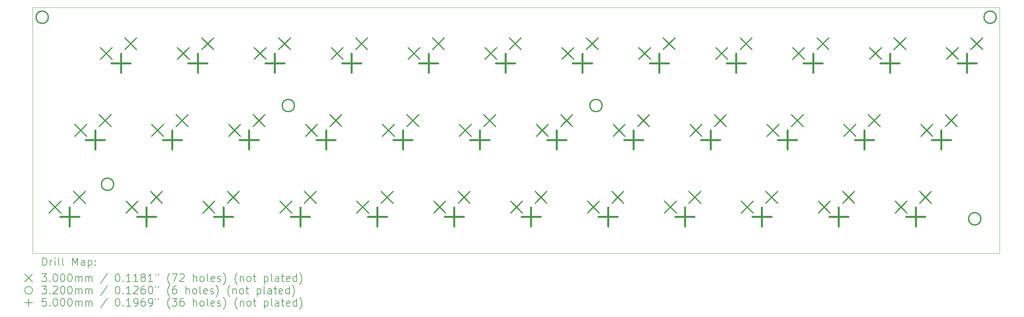
<source format=gbr>
%TF.GenerationSoftware,KiCad,Pcbnew,8.0.6*%
%TF.CreationDate,2026-02-10T22:10:20+01:00*%
%TF.ProjectId,keyboard,6b657962-6f61-4726-942e-6b696361645f,rev?*%
%TF.SameCoordinates,Original*%
%TF.FileFunction,Drillmap*%
%TF.FilePolarity,Positive*%
%FSLAX45Y45*%
G04 Gerber Fmt 4.5, Leading zero omitted, Abs format (unit mm)*
G04 Created by KiCad (PCBNEW 8.0.6) date 2026-02-10 22:10:20*
%MOMM*%
%LPD*%
G01*
G04 APERTURE LIST*
%ADD10C,0.050000*%
%ADD11C,0.200000*%
%ADD12C,0.300000*%
%ADD13C,0.320000*%
%ADD14C,0.500000*%
G04 APERTURE END LIST*
D10*
X2750000Y-3000000D02*
X27900000Y-3000000D01*
X27900000Y-9400000D01*
X2750000Y-9400000D01*
X2750000Y-3000000D01*
D11*
D12*
X3185667Y-8046000D02*
X3485667Y-8346000D01*
X3485667Y-8046000D02*
X3185667Y-8346000D01*
X3820667Y-7792000D02*
X4120667Y-8092000D01*
X4120667Y-7792000D02*
X3820667Y-8092000D01*
X3852333Y-6046000D02*
X4152333Y-6346000D01*
X4152333Y-6046000D02*
X3852333Y-6346000D01*
X4487333Y-5792000D02*
X4787333Y-6092000D01*
X4787333Y-5792000D02*
X4487333Y-6092000D01*
X4519000Y-4046000D02*
X4819000Y-4346000D01*
X4819000Y-4046000D02*
X4519000Y-4346000D01*
X5154000Y-3792000D02*
X5454000Y-4092000D01*
X5454000Y-3792000D02*
X5154000Y-4092000D01*
X5185667Y-8046000D02*
X5485667Y-8346000D01*
X5485667Y-8046000D02*
X5185667Y-8346000D01*
X5820667Y-7792000D02*
X6120667Y-8092000D01*
X6120667Y-7792000D02*
X5820667Y-8092000D01*
X5852333Y-6046000D02*
X6152333Y-6346000D01*
X6152333Y-6046000D02*
X5852333Y-6346000D01*
X6487333Y-5792000D02*
X6787333Y-6092000D01*
X6787333Y-5792000D02*
X6487333Y-6092000D01*
X6519000Y-4046000D02*
X6819000Y-4346000D01*
X6819000Y-4046000D02*
X6519000Y-4346000D01*
X7154000Y-3792000D02*
X7454000Y-4092000D01*
X7454000Y-3792000D02*
X7154000Y-4092000D01*
X7185667Y-8046000D02*
X7485667Y-8346000D01*
X7485667Y-8046000D02*
X7185667Y-8346000D01*
X7820667Y-7792000D02*
X8120667Y-8092000D01*
X8120667Y-7792000D02*
X7820667Y-8092000D01*
X7852333Y-6046000D02*
X8152333Y-6346000D01*
X8152333Y-6046000D02*
X7852333Y-6346000D01*
X8487333Y-5792000D02*
X8787333Y-6092000D01*
X8787333Y-5792000D02*
X8487333Y-6092000D01*
X8519000Y-4046000D02*
X8819000Y-4346000D01*
X8819000Y-4046000D02*
X8519000Y-4346000D01*
X9154000Y-3792000D02*
X9454000Y-4092000D01*
X9454000Y-3792000D02*
X9154000Y-4092000D01*
X9185667Y-8046000D02*
X9485667Y-8346000D01*
X9485667Y-8046000D02*
X9185667Y-8346000D01*
X9820667Y-7792000D02*
X10120667Y-8092000D01*
X10120667Y-7792000D02*
X9820667Y-8092000D01*
X9852333Y-6046000D02*
X10152333Y-6346000D01*
X10152333Y-6046000D02*
X9852333Y-6346000D01*
X10487333Y-5792000D02*
X10787333Y-6092000D01*
X10787333Y-5792000D02*
X10487333Y-6092000D01*
X10519000Y-4046000D02*
X10819000Y-4346000D01*
X10819000Y-4046000D02*
X10519000Y-4346000D01*
X11154000Y-3792000D02*
X11454000Y-4092000D01*
X11454000Y-3792000D02*
X11154000Y-4092000D01*
X11185667Y-8046000D02*
X11485667Y-8346000D01*
X11485667Y-8046000D02*
X11185667Y-8346000D01*
X11820667Y-7792000D02*
X12120667Y-8092000D01*
X12120667Y-7792000D02*
X11820667Y-8092000D01*
X11852333Y-6046000D02*
X12152333Y-6346000D01*
X12152333Y-6046000D02*
X11852333Y-6346000D01*
X12487333Y-5792000D02*
X12787333Y-6092000D01*
X12787333Y-5792000D02*
X12487333Y-6092000D01*
X12519000Y-4046000D02*
X12819000Y-4346000D01*
X12819000Y-4046000D02*
X12519000Y-4346000D01*
X13154000Y-3792000D02*
X13454000Y-4092000D01*
X13454000Y-3792000D02*
X13154000Y-4092000D01*
X13185667Y-8046000D02*
X13485667Y-8346000D01*
X13485667Y-8046000D02*
X13185667Y-8346000D01*
X13820667Y-7792000D02*
X14120667Y-8092000D01*
X14120667Y-7792000D02*
X13820667Y-8092000D01*
X13852333Y-6046000D02*
X14152333Y-6346000D01*
X14152333Y-6046000D02*
X13852333Y-6346000D01*
X14487333Y-5792000D02*
X14787333Y-6092000D01*
X14787333Y-5792000D02*
X14487333Y-6092000D01*
X14519000Y-4046000D02*
X14819000Y-4346000D01*
X14819000Y-4046000D02*
X14519000Y-4346000D01*
X15154000Y-3792000D02*
X15454000Y-4092000D01*
X15454000Y-3792000D02*
X15154000Y-4092000D01*
X15185667Y-8046000D02*
X15485667Y-8346000D01*
X15485667Y-8046000D02*
X15185667Y-8346000D01*
X15820667Y-7792000D02*
X16120667Y-8092000D01*
X16120667Y-7792000D02*
X15820667Y-8092000D01*
X15852333Y-6046000D02*
X16152333Y-6346000D01*
X16152333Y-6046000D02*
X15852333Y-6346000D01*
X16487333Y-5792000D02*
X16787333Y-6092000D01*
X16787333Y-5792000D02*
X16487333Y-6092000D01*
X16519000Y-4046000D02*
X16819000Y-4346000D01*
X16819000Y-4046000D02*
X16519000Y-4346000D01*
X17154000Y-3792000D02*
X17454000Y-4092000D01*
X17454000Y-3792000D02*
X17154000Y-4092000D01*
X17185667Y-8046000D02*
X17485667Y-8346000D01*
X17485667Y-8046000D02*
X17185667Y-8346000D01*
X17820667Y-7792000D02*
X18120667Y-8092000D01*
X18120667Y-7792000D02*
X17820667Y-8092000D01*
X17852333Y-6046000D02*
X18152333Y-6346000D01*
X18152333Y-6046000D02*
X17852333Y-6346000D01*
X18487333Y-5792000D02*
X18787333Y-6092000D01*
X18787333Y-5792000D02*
X18487333Y-6092000D01*
X18519000Y-4046000D02*
X18819000Y-4346000D01*
X18819000Y-4046000D02*
X18519000Y-4346000D01*
X19154000Y-3792000D02*
X19454000Y-4092000D01*
X19454000Y-3792000D02*
X19154000Y-4092000D01*
X19185667Y-8046000D02*
X19485667Y-8346000D01*
X19485667Y-8046000D02*
X19185667Y-8346000D01*
X19820667Y-7792000D02*
X20120667Y-8092000D01*
X20120667Y-7792000D02*
X19820667Y-8092000D01*
X19852333Y-6046000D02*
X20152333Y-6346000D01*
X20152333Y-6046000D02*
X19852333Y-6346000D01*
X20487333Y-5792000D02*
X20787333Y-6092000D01*
X20787333Y-5792000D02*
X20487333Y-6092000D01*
X20519000Y-4046000D02*
X20819000Y-4346000D01*
X20819000Y-4046000D02*
X20519000Y-4346000D01*
X21154000Y-3792000D02*
X21454000Y-4092000D01*
X21454000Y-3792000D02*
X21154000Y-4092000D01*
X21185667Y-8046000D02*
X21485667Y-8346000D01*
X21485667Y-8046000D02*
X21185667Y-8346000D01*
X21820667Y-7792000D02*
X22120667Y-8092000D01*
X22120667Y-7792000D02*
X21820667Y-8092000D01*
X21852333Y-6046000D02*
X22152333Y-6346000D01*
X22152333Y-6046000D02*
X21852333Y-6346000D01*
X22487333Y-5792000D02*
X22787333Y-6092000D01*
X22787333Y-5792000D02*
X22487333Y-6092000D01*
X22519000Y-4046000D02*
X22819000Y-4346000D01*
X22819000Y-4046000D02*
X22519000Y-4346000D01*
X23154000Y-3792000D02*
X23454000Y-4092000D01*
X23454000Y-3792000D02*
X23154000Y-4092000D01*
X23185667Y-8046000D02*
X23485667Y-8346000D01*
X23485667Y-8046000D02*
X23185667Y-8346000D01*
X23820667Y-7792000D02*
X24120667Y-8092000D01*
X24120667Y-7792000D02*
X23820667Y-8092000D01*
X23852333Y-6046000D02*
X24152333Y-6346000D01*
X24152333Y-6046000D02*
X23852333Y-6346000D01*
X24487333Y-5792000D02*
X24787333Y-6092000D01*
X24787333Y-5792000D02*
X24487333Y-6092000D01*
X24519000Y-4046000D02*
X24819000Y-4346000D01*
X24819000Y-4046000D02*
X24519000Y-4346000D01*
X25154000Y-3792000D02*
X25454000Y-4092000D01*
X25454000Y-3792000D02*
X25154000Y-4092000D01*
X25185667Y-8046000D02*
X25485667Y-8346000D01*
X25485667Y-8046000D02*
X25185667Y-8346000D01*
X25820667Y-7792000D02*
X26120667Y-8092000D01*
X26120667Y-7792000D02*
X25820667Y-8092000D01*
X25852333Y-6046000D02*
X26152333Y-6346000D01*
X26152333Y-6046000D02*
X25852333Y-6346000D01*
X26487333Y-5792000D02*
X26787333Y-6092000D01*
X26787333Y-5792000D02*
X26487333Y-6092000D01*
X26519000Y-4046000D02*
X26819000Y-4346000D01*
X26819000Y-4046000D02*
X26519000Y-4346000D01*
X27154000Y-3792000D02*
X27454000Y-4092000D01*
X27454000Y-3792000D02*
X27154000Y-4092000D01*
D13*
X3160000Y-3250000D02*
G75*
G02*
X2840000Y-3250000I-160000J0D01*
G01*
X2840000Y-3250000D02*
G75*
G02*
X3160000Y-3250000I160000J0D01*
G01*
X4860000Y-7600000D02*
G75*
G02*
X4540000Y-7600000I-160000J0D01*
G01*
X4540000Y-7600000D02*
G75*
G02*
X4860000Y-7600000I160000J0D01*
G01*
X9560000Y-5550000D02*
G75*
G02*
X9240000Y-5550000I-160000J0D01*
G01*
X9240000Y-5550000D02*
G75*
G02*
X9560000Y-5550000I160000J0D01*
G01*
X17560000Y-5550000D02*
G75*
G02*
X17240000Y-5550000I-160000J0D01*
G01*
X17240000Y-5550000D02*
G75*
G02*
X17560000Y-5550000I160000J0D01*
G01*
X27410000Y-8500000D02*
G75*
G02*
X27090000Y-8500000I-160000J0D01*
G01*
X27090000Y-8500000D02*
G75*
G02*
X27410000Y-8500000I160000J0D01*
G01*
X27810000Y-3250000D02*
G75*
G02*
X27490000Y-3250000I-160000J0D01*
G01*
X27490000Y-3250000D02*
G75*
G02*
X27810000Y-3250000I160000J0D01*
G01*
D14*
X3716667Y-8200000D02*
X3716667Y-8700000D01*
X3466667Y-8450000D02*
X3966667Y-8450000D01*
X4383333Y-6200000D02*
X4383333Y-6700000D01*
X4133333Y-6450000D02*
X4633333Y-6450000D01*
X5050000Y-4200000D02*
X5050000Y-4700000D01*
X4800000Y-4450000D02*
X5300000Y-4450000D01*
X5716667Y-8200000D02*
X5716667Y-8700000D01*
X5466667Y-8450000D02*
X5966667Y-8450000D01*
X6383333Y-6200000D02*
X6383333Y-6700000D01*
X6133333Y-6450000D02*
X6633333Y-6450000D01*
X7050000Y-4200000D02*
X7050000Y-4700000D01*
X6800000Y-4450000D02*
X7300000Y-4450000D01*
X7716667Y-8200000D02*
X7716667Y-8700000D01*
X7466667Y-8450000D02*
X7966667Y-8450000D01*
X8383333Y-6200000D02*
X8383333Y-6700000D01*
X8133333Y-6450000D02*
X8633333Y-6450000D01*
X9050000Y-4200000D02*
X9050000Y-4700000D01*
X8800000Y-4450000D02*
X9300000Y-4450000D01*
X9716667Y-8200000D02*
X9716667Y-8700000D01*
X9466667Y-8450000D02*
X9966667Y-8450000D01*
X10383333Y-6200000D02*
X10383333Y-6700000D01*
X10133333Y-6450000D02*
X10633333Y-6450000D01*
X11050000Y-4200000D02*
X11050000Y-4700000D01*
X10800000Y-4450000D02*
X11300000Y-4450000D01*
X11716667Y-8200000D02*
X11716667Y-8700000D01*
X11466667Y-8450000D02*
X11966667Y-8450000D01*
X12383333Y-6200000D02*
X12383333Y-6700000D01*
X12133333Y-6450000D02*
X12633333Y-6450000D01*
X13050000Y-4200000D02*
X13050000Y-4700000D01*
X12800000Y-4450000D02*
X13300000Y-4450000D01*
X13716667Y-8200000D02*
X13716667Y-8700000D01*
X13466667Y-8450000D02*
X13966667Y-8450000D01*
X14383333Y-6200000D02*
X14383333Y-6700000D01*
X14133333Y-6450000D02*
X14633333Y-6450000D01*
X15050000Y-4200000D02*
X15050000Y-4700000D01*
X14800000Y-4450000D02*
X15300000Y-4450000D01*
X15716667Y-8200000D02*
X15716667Y-8700000D01*
X15466667Y-8450000D02*
X15966667Y-8450000D01*
X16383333Y-6200000D02*
X16383333Y-6700000D01*
X16133333Y-6450000D02*
X16633333Y-6450000D01*
X17050000Y-4200000D02*
X17050000Y-4700000D01*
X16800000Y-4450000D02*
X17300000Y-4450000D01*
X17716667Y-8200000D02*
X17716667Y-8700000D01*
X17466667Y-8450000D02*
X17966667Y-8450000D01*
X18383333Y-6200000D02*
X18383333Y-6700000D01*
X18133333Y-6450000D02*
X18633333Y-6450000D01*
X19050000Y-4200000D02*
X19050000Y-4700000D01*
X18800000Y-4450000D02*
X19300000Y-4450000D01*
X19716667Y-8200000D02*
X19716667Y-8700000D01*
X19466667Y-8450000D02*
X19966667Y-8450000D01*
X20383333Y-6200000D02*
X20383333Y-6700000D01*
X20133333Y-6450000D02*
X20633333Y-6450000D01*
X21050000Y-4200000D02*
X21050000Y-4700000D01*
X20800000Y-4450000D02*
X21300000Y-4450000D01*
X21716667Y-8200000D02*
X21716667Y-8700000D01*
X21466667Y-8450000D02*
X21966667Y-8450000D01*
X22383333Y-6200000D02*
X22383333Y-6700000D01*
X22133333Y-6450000D02*
X22633333Y-6450000D01*
X23050000Y-4200000D02*
X23050000Y-4700000D01*
X22800000Y-4450000D02*
X23300000Y-4450000D01*
X23716667Y-8200000D02*
X23716667Y-8700000D01*
X23466667Y-8450000D02*
X23966667Y-8450000D01*
X24383333Y-6200000D02*
X24383333Y-6700000D01*
X24133333Y-6450000D02*
X24633333Y-6450000D01*
X25050000Y-4200000D02*
X25050000Y-4700000D01*
X24800000Y-4450000D02*
X25300000Y-4450000D01*
X25716667Y-8200000D02*
X25716667Y-8700000D01*
X25466667Y-8450000D02*
X25966667Y-8450000D01*
X26383333Y-6200000D02*
X26383333Y-6700000D01*
X26133333Y-6450000D02*
X26633333Y-6450000D01*
X27050000Y-4200000D02*
X27050000Y-4700000D01*
X26800000Y-4450000D02*
X27300000Y-4450000D01*
D11*
X3008277Y-9713984D02*
X3008277Y-9513984D01*
X3008277Y-9513984D02*
X3055896Y-9513984D01*
X3055896Y-9513984D02*
X3084467Y-9523508D01*
X3084467Y-9523508D02*
X3103515Y-9542555D01*
X3103515Y-9542555D02*
X3113039Y-9561603D01*
X3113039Y-9561603D02*
X3122562Y-9599698D01*
X3122562Y-9599698D02*
X3122562Y-9628270D01*
X3122562Y-9628270D02*
X3113039Y-9666365D01*
X3113039Y-9666365D02*
X3103515Y-9685412D01*
X3103515Y-9685412D02*
X3084467Y-9704460D01*
X3084467Y-9704460D02*
X3055896Y-9713984D01*
X3055896Y-9713984D02*
X3008277Y-9713984D01*
X3208277Y-9713984D02*
X3208277Y-9580650D01*
X3208277Y-9618746D02*
X3217801Y-9599698D01*
X3217801Y-9599698D02*
X3227324Y-9590174D01*
X3227324Y-9590174D02*
X3246372Y-9580650D01*
X3246372Y-9580650D02*
X3265420Y-9580650D01*
X3332086Y-9713984D02*
X3332086Y-9580650D01*
X3332086Y-9513984D02*
X3322562Y-9523508D01*
X3322562Y-9523508D02*
X3332086Y-9533031D01*
X3332086Y-9533031D02*
X3341610Y-9523508D01*
X3341610Y-9523508D02*
X3332086Y-9513984D01*
X3332086Y-9513984D02*
X3332086Y-9533031D01*
X3455896Y-9713984D02*
X3436848Y-9704460D01*
X3436848Y-9704460D02*
X3427324Y-9685412D01*
X3427324Y-9685412D02*
X3427324Y-9513984D01*
X3560658Y-9713984D02*
X3541610Y-9704460D01*
X3541610Y-9704460D02*
X3532086Y-9685412D01*
X3532086Y-9685412D02*
X3532086Y-9513984D01*
X3789229Y-9713984D02*
X3789229Y-9513984D01*
X3789229Y-9513984D02*
X3855896Y-9656841D01*
X3855896Y-9656841D02*
X3922562Y-9513984D01*
X3922562Y-9513984D02*
X3922562Y-9713984D01*
X4103515Y-9713984D02*
X4103515Y-9609222D01*
X4103515Y-9609222D02*
X4093991Y-9590174D01*
X4093991Y-9590174D02*
X4074943Y-9580650D01*
X4074943Y-9580650D02*
X4036848Y-9580650D01*
X4036848Y-9580650D02*
X4017801Y-9590174D01*
X4103515Y-9704460D02*
X4084467Y-9713984D01*
X4084467Y-9713984D02*
X4036848Y-9713984D01*
X4036848Y-9713984D02*
X4017801Y-9704460D01*
X4017801Y-9704460D02*
X4008277Y-9685412D01*
X4008277Y-9685412D02*
X4008277Y-9666365D01*
X4008277Y-9666365D02*
X4017801Y-9647317D01*
X4017801Y-9647317D02*
X4036848Y-9637793D01*
X4036848Y-9637793D02*
X4084467Y-9637793D01*
X4084467Y-9637793D02*
X4103515Y-9628270D01*
X4198753Y-9580650D02*
X4198753Y-9780650D01*
X4198753Y-9590174D02*
X4217801Y-9580650D01*
X4217801Y-9580650D02*
X4255896Y-9580650D01*
X4255896Y-9580650D02*
X4274944Y-9590174D01*
X4274944Y-9590174D02*
X4284467Y-9599698D01*
X4284467Y-9599698D02*
X4293991Y-9618746D01*
X4293991Y-9618746D02*
X4293991Y-9675889D01*
X4293991Y-9675889D02*
X4284467Y-9694936D01*
X4284467Y-9694936D02*
X4274944Y-9704460D01*
X4274944Y-9704460D02*
X4255896Y-9713984D01*
X4255896Y-9713984D02*
X4217801Y-9713984D01*
X4217801Y-9713984D02*
X4198753Y-9704460D01*
X4379705Y-9694936D02*
X4389229Y-9704460D01*
X4389229Y-9704460D02*
X4379705Y-9713984D01*
X4379705Y-9713984D02*
X4370182Y-9704460D01*
X4370182Y-9704460D02*
X4379705Y-9694936D01*
X4379705Y-9694936D02*
X4379705Y-9713984D01*
X4379705Y-9590174D02*
X4389229Y-9599698D01*
X4389229Y-9599698D02*
X4379705Y-9609222D01*
X4379705Y-9609222D02*
X4370182Y-9599698D01*
X4370182Y-9599698D02*
X4379705Y-9590174D01*
X4379705Y-9590174D02*
X4379705Y-9609222D01*
X2547500Y-9942500D02*
X2747500Y-10142500D01*
X2747500Y-9942500D02*
X2547500Y-10142500D01*
X2989229Y-9933984D02*
X3113039Y-9933984D01*
X3113039Y-9933984D02*
X3046372Y-10010174D01*
X3046372Y-10010174D02*
X3074943Y-10010174D01*
X3074943Y-10010174D02*
X3093991Y-10019698D01*
X3093991Y-10019698D02*
X3103515Y-10029222D01*
X3103515Y-10029222D02*
X3113039Y-10048270D01*
X3113039Y-10048270D02*
X3113039Y-10095889D01*
X3113039Y-10095889D02*
X3103515Y-10114936D01*
X3103515Y-10114936D02*
X3093991Y-10124460D01*
X3093991Y-10124460D02*
X3074943Y-10133984D01*
X3074943Y-10133984D02*
X3017801Y-10133984D01*
X3017801Y-10133984D02*
X2998753Y-10124460D01*
X2998753Y-10124460D02*
X2989229Y-10114936D01*
X3198753Y-10114936D02*
X3208277Y-10124460D01*
X3208277Y-10124460D02*
X3198753Y-10133984D01*
X3198753Y-10133984D02*
X3189229Y-10124460D01*
X3189229Y-10124460D02*
X3198753Y-10114936D01*
X3198753Y-10114936D02*
X3198753Y-10133984D01*
X3332086Y-9933984D02*
X3351134Y-9933984D01*
X3351134Y-9933984D02*
X3370182Y-9943508D01*
X3370182Y-9943508D02*
X3379705Y-9953031D01*
X3379705Y-9953031D02*
X3389229Y-9972079D01*
X3389229Y-9972079D02*
X3398753Y-10010174D01*
X3398753Y-10010174D02*
X3398753Y-10057793D01*
X3398753Y-10057793D02*
X3389229Y-10095889D01*
X3389229Y-10095889D02*
X3379705Y-10114936D01*
X3379705Y-10114936D02*
X3370182Y-10124460D01*
X3370182Y-10124460D02*
X3351134Y-10133984D01*
X3351134Y-10133984D02*
X3332086Y-10133984D01*
X3332086Y-10133984D02*
X3313039Y-10124460D01*
X3313039Y-10124460D02*
X3303515Y-10114936D01*
X3303515Y-10114936D02*
X3293991Y-10095889D01*
X3293991Y-10095889D02*
X3284467Y-10057793D01*
X3284467Y-10057793D02*
X3284467Y-10010174D01*
X3284467Y-10010174D02*
X3293991Y-9972079D01*
X3293991Y-9972079D02*
X3303515Y-9953031D01*
X3303515Y-9953031D02*
X3313039Y-9943508D01*
X3313039Y-9943508D02*
X3332086Y-9933984D01*
X3522562Y-9933984D02*
X3541610Y-9933984D01*
X3541610Y-9933984D02*
X3560658Y-9943508D01*
X3560658Y-9943508D02*
X3570182Y-9953031D01*
X3570182Y-9953031D02*
X3579705Y-9972079D01*
X3579705Y-9972079D02*
X3589229Y-10010174D01*
X3589229Y-10010174D02*
X3589229Y-10057793D01*
X3589229Y-10057793D02*
X3579705Y-10095889D01*
X3579705Y-10095889D02*
X3570182Y-10114936D01*
X3570182Y-10114936D02*
X3560658Y-10124460D01*
X3560658Y-10124460D02*
X3541610Y-10133984D01*
X3541610Y-10133984D02*
X3522562Y-10133984D01*
X3522562Y-10133984D02*
X3503515Y-10124460D01*
X3503515Y-10124460D02*
X3493991Y-10114936D01*
X3493991Y-10114936D02*
X3484467Y-10095889D01*
X3484467Y-10095889D02*
X3474943Y-10057793D01*
X3474943Y-10057793D02*
X3474943Y-10010174D01*
X3474943Y-10010174D02*
X3484467Y-9972079D01*
X3484467Y-9972079D02*
X3493991Y-9953031D01*
X3493991Y-9953031D02*
X3503515Y-9943508D01*
X3503515Y-9943508D02*
X3522562Y-9933984D01*
X3713039Y-9933984D02*
X3732086Y-9933984D01*
X3732086Y-9933984D02*
X3751134Y-9943508D01*
X3751134Y-9943508D02*
X3760658Y-9953031D01*
X3760658Y-9953031D02*
X3770182Y-9972079D01*
X3770182Y-9972079D02*
X3779705Y-10010174D01*
X3779705Y-10010174D02*
X3779705Y-10057793D01*
X3779705Y-10057793D02*
X3770182Y-10095889D01*
X3770182Y-10095889D02*
X3760658Y-10114936D01*
X3760658Y-10114936D02*
X3751134Y-10124460D01*
X3751134Y-10124460D02*
X3732086Y-10133984D01*
X3732086Y-10133984D02*
X3713039Y-10133984D01*
X3713039Y-10133984D02*
X3693991Y-10124460D01*
X3693991Y-10124460D02*
X3684467Y-10114936D01*
X3684467Y-10114936D02*
X3674943Y-10095889D01*
X3674943Y-10095889D02*
X3665420Y-10057793D01*
X3665420Y-10057793D02*
X3665420Y-10010174D01*
X3665420Y-10010174D02*
X3674943Y-9972079D01*
X3674943Y-9972079D02*
X3684467Y-9953031D01*
X3684467Y-9953031D02*
X3693991Y-9943508D01*
X3693991Y-9943508D02*
X3713039Y-9933984D01*
X3865420Y-10133984D02*
X3865420Y-10000650D01*
X3865420Y-10019698D02*
X3874943Y-10010174D01*
X3874943Y-10010174D02*
X3893991Y-10000650D01*
X3893991Y-10000650D02*
X3922563Y-10000650D01*
X3922563Y-10000650D02*
X3941610Y-10010174D01*
X3941610Y-10010174D02*
X3951134Y-10029222D01*
X3951134Y-10029222D02*
X3951134Y-10133984D01*
X3951134Y-10029222D02*
X3960658Y-10010174D01*
X3960658Y-10010174D02*
X3979705Y-10000650D01*
X3979705Y-10000650D02*
X4008277Y-10000650D01*
X4008277Y-10000650D02*
X4027324Y-10010174D01*
X4027324Y-10010174D02*
X4036848Y-10029222D01*
X4036848Y-10029222D02*
X4036848Y-10133984D01*
X4132086Y-10133984D02*
X4132086Y-10000650D01*
X4132086Y-10019698D02*
X4141610Y-10010174D01*
X4141610Y-10010174D02*
X4160658Y-10000650D01*
X4160658Y-10000650D02*
X4189229Y-10000650D01*
X4189229Y-10000650D02*
X4208277Y-10010174D01*
X4208277Y-10010174D02*
X4217801Y-10029222D01*
X4217801Y-10029222D02*
X4217801Y-10133984D01*
X4217801Y-10029222D02*
X4227325Y-10010174D01*
X4227325Y-10010174D02*
X4246372Y-10000650D01*
X4246372Y-10000650D02*
X4274944Y-10000650D01*
X4274944Y-10000650D02*
X4293991Y-10010174D01*
X4293991Y-10010174D02*
X4303515Y-10029222D01*
X4303515Y-10029222D02*
X4303515Y-10133984D01*
X4693991Y-9924460D02*
X4522563Y-10181603D01*
X4951134Y-9933984D02*
X4970182Y-9933984D01*
X4970182Y-9933984D02*
X4989229Y-9943508D01*
X4989229Y-9943508D02*
X4998753Y-9953031D01*
X4998753Y-9953031D02*
X5008277Y-9972079D01*
X5008277Y-9972079D02*
X5017801Y-10010174D01*
X5017801Y-10010174D02*
X5017801Y-10057793D01*
X5017801Y-10057793D02*
X5008277Y-10095889D01*
X5008277Y-10095889D02*
X4998753Y-10114936D01*
X4998753Y-10114936D02*
X4989229Y-10124460D01*
X4989229Y-10124460D02*
X4970182Y-10133984D01*
X4970182Y-10133984D02*
X4951134Y-10133984D01*
X4951134Y-10133984D02*
X4932087Y-10124460D01*
X4932087Y-10124460D02*
X4922563Y-10114936D01*
X4922563Y-10114936D02*
X4913039Y-10095889D01*
X4913039Y-10095889D02*
X4903515Y-10057793D01*
X4903515Y-10057793D02*
X4903515Y-10010174D01*
X4903515Y-10010174D02*
X4913039Y-9972079D01*
X4913039Y-9972079D02*
X4922563Y-9953031D01*
X4922563Y-9953031D02*
X4932087Y-9943508D01*
X4932087Y-9943508D02*
X4951134Y-9933984D01*
X5103515Y-10114936D02*
X5113039Y-10124460D01*
X5113039Y-10124460D02*
X5103515Y-10133984D01*
X5103515Y-10133984D02*
X5093991Y-10124460D01*
X5093991Y-10124460D02*
X5103515Y-10114936D01*
X5103515Y-10114936D02*
X5103515Y-10133984D01*
X5303515Y-10133984D02*
X5189229Y-10133984D01*
X5246372Y-10133984D02*
X5246372Y-9933984D01*
X5246372Y-9933984D02*
X5227325Y-9962555D01*
X5227325Y-9962555D02*
X5208277Y-9981603D01*
X5208277Y-9981603D02*
X5189229Y-9991127D01*
X5493991Y-10133984D02*
X5379706Y-10133984D01*
X5436848Y-10133984D02*
X5436848Y-9933984D01*
X5436848Y-9933984D02*
X5417801Y-9962555D01*
X5417801Y-9962555D02*
X5398753Y-9981603D01*
X5398753Y-9981603D02*
X5379706Y-9991127D01*
X5608277Y-10019698D02*
X5589229Y-10010174D01*
X5589229Y-10010174D02*
X5579706Y-10000650D01*
X5579706Y-10000650D02*
X5570182Y-9981603D01*
X5570182Y-9981603D02*
X5570182Y-9972079D01*
X5570182Y-9972079D02*
X5579706Y-9953031D01*
X5579706Y-9953031D02*
X5589229Y-9943508D01*
X5589229Y-9943508D02*
X5608277Y-9933984D01*
X5608277Y-9933984D02*
X5646372Y-9933984D01*
X5646372Y-9933984D02*
X5665420Y-9943508D01*
X5665420Y-9943508D02*
X5674944Y-9953031D01*
X5674944Y-9953031D02*
X5684467Y-9972079D01*
X5684467Y-9972079D02*
X5684467Y-9981603D01*
X5684467Y-9981603D02*
X5674944Y-10000650D01*
X5674944Y-10000650D02*
X5665420Y-10010174D01*
X5665420Y-10010174D02*
X5646372Y-10019698D01*
X5646372Y-10019698D02*
X5608277Y-10019698D01*
X5608277Y-10019698D02*
X5589229Y-10029222D01*
X5589229Y-10029222D02*
X5579706Y-10038746D01*
X5579706Y-10038746D02*
X5570182Y-10057793D01*
X5570182Y-10057793D02*
X5570182Y-10095889D01*
X5570182Y-10095889D02*
X5579706Y-10114936D01*
X5579706Y-10114936D02*
X5589229Y-10124460D01*
X5589229Y-10124460D02*
X5608277Y-10133984D01*
X5608277Y-10133984D02*
X5646372Y-10133984D01*
X5646372Y-10133984D02*
X5665420Y-10124460D01*
X5665420Y-10124460D02*
X5674944Y-10114936D01*
X5674944Y-10114936D02*
X5684467Y-10095889D01*
X5684467Y-10095889D02*
X5684467Y-10057793D01*
X5684467Y-10057793D02*
X5674944Y-10038746D01*
X5674944Y-10038746D02*
X5665420Y-10029222D01*
X5665420Y-10029222D02*
X5646372Y-10019698D01*
X5874944Y-10133984D02*
X5760658Y-10133984D01*
X5817801Y-10133984D02*
X5817801Y-9933984D01*
X5817801Y-9933984D02*
X5798753Y-9962555D01*
X5798753Y-9962555D02*
X5779706Y-9981603D01*
X5779706Y-9981603D02*
X5760658Y-9991127D01*
X5951134Y-9933984D02*
X5951134Y-9972079D01*
X6027325Y-9933984D02*
X6027325Y-9972079D01*
X6322563Y-10210174D02*
X6313039Y-10200650D01*
X6313039Y-10200650D02*
X6293991Y-10172079D01*
X6293991Y-10172079D02*
X6284468Y-10153031D01*
X6284468Y-10153031D02*
X6274944Y-10124460D01*
X6274944Y-10124460D02*
X6265420Y-10076841D01*
X6265420Y-10076841D02*
X6265420Y-10038746D01*
X6265420Y-10038746D02*
X6274944Y-9991127D01*
X6274944Y-9991127D02*
X6284468Y-9962555D01*
X6284468Y-9962555D02*
X6293991Y-9943508D01*
X6293991Y-9943508D02*
X6313039Y-9914936D01*
X6313039Y-9914936D02*
X6322563Y-9905412D01*
X6379706Y-9933984D02*
X6513039Y-9933984D01*
X6513039Y-9933984D02*
X6427325Y-10133984D01*
X6579706Y-9953031D02*
X6589229Y-9943508D01*
X6589229Y-9943508D02*
X6608277Y-9933984D01*
X6608277Y-9933984D02*
X6655896Y-9933984D01*
X6655896Y-9933984D02*
X6674944Y-9943508D01*
X6674944Y-9943508D02*
X6684468Y-9953031D01*
X6684468Y-9953031D02*
X6693991Y-9972079D01*
X6693991Y-9972079D02*
X6693991Y-9991127D01*
X6693991Y-9991127D02*
X6684468Y-10019698D01*
X6684468Y-10019698D02*
X6570182Y-10133984D01*
X6570182Y-10133984D02*
X6693991Y-10133984D01*
X6932087Y-10133984D02*
X6932087Y-9933984D01*
X7017801Y-10133984D02*
X7017801Y-10029222D01*
X7017801Y-10029222D02*
X7008277Y-10010174D01*
X7008277Y-10010174D02*
X6989230Y-10000650D01*
X6989230Y-10000650D02*
X6960658Y-10000650D01*
X6960658Y-10000650D02*
X6941610Y-10010174D01*
X6941610Y-10010174D02*
X6932087Y-10019698D01*
X7141610Y-10133984D02*
X7122563Y-10124460D01*
X7122563Y-10124460D02*
X7113039Y-10114936D01*
X7113039Y-10114936D02*
X7103515Y-10095889D01*
X7103515Y-10095889D02*
X7103515Y-10038746D01*
X7103515Y-10038746D02*
X7113039Y-10019698D01*
X7113039Y-10019698D02*
X7122563Y-10010174D01*
X7122563Y-10010174D02*
X7141610Y-10000650D01*
X7141610Y-10000650D02*
X7170182Y-10000650D01*
X7170182Y-10000650D02*
X7189230Y-10010174D01*
X7189230Y-10010174D02*
X7198753Y-10019698D01*
X7198753Y-10019698D02*
X7208277Y-10038746D01*
X7208277Y-10038746D02*
X7208277Y-10095889D01*
X7208277Y-10095889D02*
X7198753Y-10114936D01*
X7198753Y-10114936D02*
X7189230Y-10124460D01*
X7189230Y-10124460D02*
X7170182Y-10133984D01*
X7170182Y-10133984D02*
X7141610Y-10133984D01*
X7322563Y-10133984D02*
X7303515Y-10124460D01*
X7303515Y-10124460D02*
X7293991Y-10105412D01*
X7293991Y-10105412D02*
X7293991Y-9933984D01*
X7474944Y-10124460D02*
X7455896Y-10133984D01*
X7455896Y-10133984D02*
X7417801Y-10133984D01*
X7417801Y-10133984D02*
X7398753Y-10124460D01*
X7398753Y-10124460D02*
X7389230Y-10105412D01*
X7389230Y-10105412D02*
X7389230Y-10029222D01*
X7389230Y-10029222D02*
X7398753Y-10010174D01*
X7398753Y-10010174D02*
X7417801Y-10000650D01*
X7417801Y-10000650D02*
X7455896Y-10000650D01*
X7455896Y-10000650D02*
X7474944Y-10010174D01*
X7474944Y-10010174D02*
X7484468Y-10029222D01*
X7484468Y-10029222D02*
X7484468Y-10048270D01*
X7484468Y-10048270D02*
X7389230Y-10067317D01*
X7560658Y-10124460D02*
X7579706Y-10133984D01*
X7579706Y-10133984D02*
X7617801Y-10133984D01*
X7617801Y-10133984D02*
X7636849Y-10124460D01*
X7636849Y-10124460D02*
X7646372Y-10105412D01*
X7646372Y-10105412D02*
X7646372Y-10095889D01*
X7646372Y-10095889D02*
X7636849Y-10076841D01*
X7636849Y-10076841D02*
X7617801Y-10067317D01*
X7617801Y-10067317D02*
X7589230Y-10067317D01*
X7589230Y-10067317D02*
X7570182Y-10057793D01*
X7570182Y-10057793D02*
X7560658Y-10038746D01*
X7560658Y-10038746D02*
X7560658Y-10029222D01*
X7560658Y-10029222D02*
X7570182Y-10010174D01*
X7570182Y-10010174D02*
X7589230Y-10000650D01*
X7589230Y-10000650D02*
X7617801Y-10000650D01*
X7617801Y-10000650D02*
X7636849Y-10010174D01*
X7713039Y-10210174D02*
X7722563Y-10200650D01*
X7722563Y-10200650D02*
X7741611Y-10172079D01*
X7741611Y-10172079D02*
X7751134Y-10153031D01*
X7751134Y-10153031D02*
X7760658Y-10124460D01*
X7760658Y-10124460D02*
X7770182Y-10076841D01*
X7770182Y-10076841D02*
X7770182Y-10038746D01*
X7770182Y-10038746D02*
X7760658Y-9991127D01*
X7760658Y-9991127D02*
X7751134Y-9962555D01*
X7751134Y-9962555D02*
X7741611Y-9943508D01*
X7741611Y-9943508D02*
X7722563Y-9914936D01*
X7722563Y-9914936D02*
X7713039Y-9905412D01*
X8074944Y-10210174D02*
X8065420Y-10200650D01*
X8065420Y-10200650D02*
X8046372Y-10172079D01*
X8046372Y-10172079D02*
X8036849Y-10153031D01*
X8036849Y-10153031D02*
X8027325Y-10124460D01*
X8027325Y-10124460D02*
X8017801Y-10076841D01*
X8017801Y-10076841D02*
X8017801Y-10038746D01*
X8017801Y-10038746D02*
X8027325Y-9991127D01*
X8027325Y-9991127D02*
X8036849Y-9962555D01*
X8036849Y-9962555D02*
X8046372Y-9943508D01*
X8046372Y-9943508D02*
X8065420Y-9914936D01*
X8065420Y-9914936D02*
X8074944Y-9905412D01*
X8151134Y-10000650D02*
X8151134Y-10133984D01*
X8151134Y-10019698D02*
X8160658Y-10010174D01*
X8160658Y-10010174D02*
X8179706Y-10000650D01*
X8179706Y-10000650D02*
X8208277Y-10000650D01*
X8208277Y-10000650D02*
X8227325Y-10010174D01*
X8227325Y-10010174D02*
X8236849Y-10029222D01*
X8236849Y-10029222D02*
X8236849Y-10133984D01*
X8360658Y-10133984D02*
X8341611Y-10124460D01*
X8341611Y-10124460D02*
X8332087Y-10114936D01*
X8332087Y-10114936D02*
X8322563Y-10095889D01*
X8322563Y-10095889D02*
X8322563Y-10038746D01*
X8322563Y-10038746D02*
X8332087Y-10019698D01*
X8332087Y-10019698D02*
X8341611Y-10010174D01*
X8341611Y-10010174D02*
X8360658Y-10000650D01*
X8360658Y-10000650D02*
X8389230Y-10000650D01*
X8389230Y-10000650D02*
X8408277Y-10010174D01*
X8408277Y-10010174D02*
X8417801Y-10019698D01*
X8417801Y-10019698D02*
X8427325Y-10038746D01*
X8427325Y-10038746D02*
X8427325Y-10095889D01*
X8427325Y-10095889D02*
X8417801Y-10114936D01*
X8417801Y-10114936D02*
X8408277Y-10124460D01*
X8408277Y-10124460D02*
X8389230Y-10133984D01*
X8389230Y-10133984D02*
X8360658Y-10133984D01*
X8484468Y-10000650D02*
X8560658Y-10000650D01*
X8513039Y-9933984D02*
X8513039Y-10105412D01*
X8513039Y-10105412D02*
X8522563Y-10124460D01*
X8522563Y-10124460D02*
X8541611Y-10133984D01*
X8541611Y-10133984D02*
X8560658Y-10133984D01*
X8779706Y-10000650D02*
X8779706Y-10200650D01*
X8779706Y-10010174D02*
X8798754Y-10000650D01*
X8798754Y-10000650D02*
X8836849Y-10000650D01*
X8836849Y-10000650D02*
X8855896Y-10010174D01*
X8855896Y-10010174D02*
X8865420Y-10019698D01*
X8865420Y-10019698D02*
X8874944Y-10038746D01*
X8874944Y-10038746D02*
X8874944Y-10095889D01*
X8874944Y-10095889D02*
X8865420Y-10114936D01*
X8865420Y-10114936D02*
X8855896Y-10124460D01*
X8855896Y-10124460D02*
X8836849Y-10133984D01*
X8836849Y-10133984D02*
X8798754Y-10133984D01*
X8798754Y-10133984D02*
X8779706Y-10124460D01*
X8989230Y-10133984D02*
X8970182Y-10124460D01*
X8970182Y-10124460D02*
X8960658Y-10105412D01*
X8960658Y-10105412D02*
X8960658Y-9933984D01*
X9151135Y-10133984D02*
X9151135Y-10029222D01*
X9151135Y-10029222D02*
X9141611Y-10010174D01*
X9141611Y-10010174D02*
X9122563Y-10000650D01*
X9122563Y-10000650D02*
X9084468Y-10000650D01*
X9084468Y-10000650D02*
X9065420Y-10010174D01*
X9151135Y-10124460D02*
X9132087Y-10133984D01*
X9132087Y-10133984D02*
X9084468Y-10133984D01*
X9084468Y-10133984D02*
X9065420Y-10124460D01*
X9065420Y-10124460D02*
X9055896Y-10105412D01*
X9055896Y-10105412D02*
X9055896Y-10086365D01*
X9055896Y-10086365D02*
X9065420Y-10067317D01*
X9065420Y-10067317D02*
X9084468Y-10057793D01*
X9084468Y-10057793D02*
X9132087Y-10057793D01*
X9132087Y-10057793D02*
X9151135Y-10048270D01*
X9217801Y-10000650D02*
X9293992Y-10000650D01*
X9246373Y-9933984D02*
X9246373Y-10105412D01*
X9246373Y-10105412D02*
X9255896Y-10124460D01*
X9255896Y-10124460D02*
X9274944Y-10133984D01*
X9274944Y-10133984D02*
X9293992Y-10133984D01*
X9436849Y-10124460D02*
X9417801Y-10133984D01*
X9417801Y-10133984D02*
X9379706Y-10133984D01*
X9379706Y-10133984D02*
X9360658Y-10124460D01*
X9360658Y-10124460D02*
X9351135Y-10105412D01*
X9351135Y-10105412D02*
X9351135Y-10029222D01*
X9351135Y-10029222D02*
X9360658Y-10010174D01*
X9360658Y-10010174D02*
X9379706Y-10000650D01*
X9379706Y-10000650D02*
X9417801Y-10000650D01*
X9417801Y-10000650D02*
X9436849Y-10010174D01*
X9436849Y-10010174D02*
X9446373Y-10029222D01*
X9446373Y-10029222D02*
X9446373Y-10048270D01*
X9446373Y-10048270D02*
X9351135Y-10067317D01*
X9617801Y-10133984D02*
X9617801Y-9933984D01*
X9617801Y-10124460D02*
X9598754Y-10133984D01*
X9598754Y-10133984D02*
X9560658Y-10133984D01*
X9560658Y-10133984D02*
X9541611Y-10124460D01*
X9541611Y-10124460D02*
X9532087Y-10114936D01*
X9532087Y-10114936D02*
X9522563Y-10095889D01*
X9522563Y-10095889D02*
X9522563Y-10038746D01*
X9522563Y-10038746D02*
X9532087Y-10019698D01*
X9532087Y-10019698D02*
X9541611Y-10010174D01*
X9541611Y-10010174D02*
X9560658Y-10000650D01*
X9560658Y-10000650D02*
X9598754Y-10000650D01*
X9598754Y-10000650D02*
X9617801Y-10010174D01*
X9693992Y-10210174D02*
X9703516Y-10200650D01*
X9703516Y-10200650D02*
X9722563Y-10172079D01*
X9722563Y-10172079D02*
X9732087Y-10153031D01*
X9732087Y-10153031D02*
X9741611Y-10124460D01*
X9741611Y-10124460D02*
X9751135Y-10076841D01*
X9751135Y-10076841D02*
X9751135Y-10038746D01*
X9751135Y-10038746D02*
X9741611Y-9991127D01*
X9741611Y-9991127D02*
X9732087Y-9962555D01*
X9732087Y-9962555D02*
X9722563Y-9943508D01*
X9722563Y-9943508D02*
X9703516Y-9914936D01*
X9703516Y-9914936D02*
X9693992Y-9905412D01*
X2747500Y-10362500D02*
G75*
G02*
X2547500Y-10362500I-100000J0D01*
G01*
X2547500Y-10362500D02*
G75*
G02*
X2747500Y-10362500I100000J0D01*
G01*
X2989229Y-10253984D02*
X3113039Y-10253984D01*
X3113039Y-10253984D02*
X3046372Y-10330174D01*
X3046372Y-10330174D02*
X3074943Y-10330174D01*
X3074943Y-10330174D02*
X3093991Y-10339698D01*
X3093991Y-10339698D02*
X3103515Y-10349222D01*
X3103515Y-10349222D02*
X3113039Y-10368270D01*
X3113039Y-10368270D02*
X3113039Y-10415889D01*
X3113039Y-10415889D02*
X3103515Y-10434936D01*
X3103515Y-10434936D02*
X3093991Y-10444460D01*
X3093991Y-10444460D02*
X3074943Y-10453984D01*
X3074943Y-10453984D02*
X3017801Y-10453984D01*
X3017801Y-10453984D02*
X2998753Y-10444460D01*
X2998753Y-10444460D02*
X2989229Y-10434936D01*
X3198753Y-10434936D02*
X3208277Y-10444460D01*
X3208277Y-10444460D02*
X3198753Y-10453984D01*
X3198753Y-10453984D02*
X3189229Y-10444460D01*
X3189229Y-10444460D02*
X3198753Y-10434936D01*
X3198753Y-10434936D02*
X3198753Y-10453984D01*
X3284467Y-10273031D02*
X3293991Y-10263508D01*
X3293991Y-10263508D02*
X3313039Y-10253984D01*
X3313039Y-10253984D02*
X3360658Y-10253984D01*
X3360658Y-10253984D02*
X3379705Y-10263508D01*
X3379705Y-10263508D02*
X3389229Y-10273031D01*
X3389229Y-10273031D02*
X3398753Y-10292079D01*
X3398753Y-10292079D02*
X3398753Y-10311127D01*
X3398753Y-10311127D02*
X3389229Y-10339698D01*
X3389229Y-10339698D02*
X3274943Y-10453984D01*
X3274943Y-10453984D02*
X3398753Y-10453984D01*
X3522562Y-10253984D02*
X3541610Y-10253984D01*
X3541610Y-10253984D02*
X3560658Y-10263508D01*
X3560658Y-10263508D02*
X3570182Y-10273031D01*
X3570182Y-10273031D02*
X3579705Y-10292079D01*
X3579705Y-10292079D02*
X3589229Y-10330174D01*
X3589229Y-10330174D02*
X3589229Y-10377793D01*
X3589229Y-10377793D02*
X3579705Y-10415889D01*
X3579705Y-10415889D02*
X3570182Y-10434936D01*
X3570182Y-10434936D02*
X3560658Y-10444460D01*
X3560658Y-10444460D02*
X3541610Y-10453984D01*
X3541610Y-10453984D02*
X3522562Y-10453984D01*
X3522562Y-10453984D02*
X3503515Y-10444460D01*
X3503515Y-10444460D02*
X3493991Y-10434936D01*
X3493991Y-10434936D02*
X3484467Y-10415889D01*
X3484467Y-10415889D02*
X3474943Y-10377793D01*
X3474943Y-10377793D02*
X3474943Y-10330174D01*
X3474943Y-10330174D02*
X3484467Y-10292079D01*
X3484467Y-10292079D02*
X3493991Y-10273031D01*
X3493991Y-10273031D02*
X3503515Y-10263508D01*
X3503515Y-10263508D02*
X3522562Y-10253984D01*
X3713039Y-10253984D02*
X3732086Y-10253984D01*
X3732086Y-10253984D02*
X3751134Y-10263508D01*
X3751134Y-10263508D02*
X3760658Y-10273031D01*
X3760658Y-10273031D02*
X3770182Y-10292079D01*
X3770182Y-10292079D02*
X3779705Y-10330174D01*
X3779705Y-10330174D02*
X3779705Y-10377793D01*
X3779705Y-10377793D02*
X3770182Y-10415889D01*
X3770182Y-10415889D02*
X3760658Y-10434936D01*
X3760658Y-10434936D02*
X3751134Y-10444460D01*
X3751134Y-10444460D02*
X3732086Y-10453984D01*
X3732086Y-10453984D02*
X3713039Y-10453984D01*
X3713039Y-10453984D02*
X3693991Y-10444460D01*
X3693991Y-10444460D02*
X3684467Y-10434936D01*
X3684467Y-10434936D02*
X3674943Y-10415889D01*
X3674943Y-10415889D02*
X3665420Y-10377793D01*
X3665420Y-10377793D02*
X3665420Y-10330174D01*
X3665420Y-10330174D02*
X3674943Y-10292079D01*
X3674943Y-10292079D02*
X3684467Y-10273031D01*
X3684467Y-10273031D02*
X3693991Y-10263508D01*
X3693991Y-10263508D02*
X3713039Y-10253984D01*
X3865420Y-10453984D02*
X3865420Y-10320650D01*
X3865420Y-10339698D02*
X3874943Y-10330174D01*
X3874943Y-10330174D02*
X3893991Y-10320650D01*
X3893991Y-10320650D02*
X3922563Y-10320650D01*
X3922563Y-10320650D02*
X3941610Y-10330174D01*
X3941610Y-10330174D02*
X3951134Y-10349222D01*
X3951134Y-10349222D02*
X3951134Y-10453984D01*
X3951134Y-10349222D02*
X3960658Y-10330174D01*
X3960658Y-10330174D02*
X3979705Y-10320650D01*
X3979705Y-10320650D02*
X4008277Y-10320650D01*
X4008277Y-10320650D02*
X4027324Y-10330174D01*
X4027324Y-10330174D02*
X4036848Y-10349222D01*
X4036848Y-10349222D02*
X4036848Y-10453984D01*
X4132086Y-10453984D02*
X4132086Y-10320650D01*
X4132086Y-10339698D02*
X4141610Y-10330174D01*
X4141610Y-10330174D02*
X4160658Y-10320650D01*
X4160658Y-10320650D02*
X4189229Y-10320650D01*
X4189229Y-10320650D02*
X4208277Y-10330174D01*
X4208277Y-10330174D02*
X4217801Y-10349222D01*
X4217801Y-10349222D02*
X4217801Y-10453984D01*
X4217801Y-10349222D02*
X4227325Y-10330174D01*
X4227325Y-10330174D02*
X4246372Y-10320650D01*
X4246372Y-10320650D02*
X4274944Y-10320650D01*
X4274944Y-10320650D02*
X4293991Y-10330174D01*
X4293991Y-10330174D02*
X4303515Y-10349222D01*
X4303515Y-10349222D02*
X4303515Y-10453984D01*
X4693991Y-10244460D02*
X4522563Y-10501603D01*
X4951134Y-10253984D02*
X4970182Y-10253984D01*
X4970182Y-10253984D02*
X4989229Y-10263508D01*
X4989229Y-10263508D02*
X4998753Y-10273031D01*
X4998753Y-10273031D02*
X5008277Y-10292079D01*
X5008277Y-10292079D02*
X5017801Y-10330174D01*
X5017801Y-10330174D02*
X5017801Y-10377793D01*
X5017801Y-10377793D02*
X5008277Y-10415889D01*
X5008277Y-10415889D02*
X4998753Y-10434936D01*
X4998753Y-10434936D02*
X4989229Y-10444460D01*
X4989229Y-10444460D02*
X4970182Y-10453984D01*
X4970182Y-10453984D02*
X4951134Y-10453984D01*
X4951134Y-10453984D02*
X4932087Y-10444460D01*
X4932087Y-10444460D02*
X4922563Y-10434936D01*
X4922563Y-10434936D02*
X4913039Y-10415889D01*
X4913039Y-10415889D02*
X4903515Y-10377793D01*
X4903515Y-10377793D02*
X4903515Y-10330174D01*
X4903515Y-10330174D02*
X4913039Y-10292079D01*
X4913039Y-10292079D02*
X4922563Y-10273031D01*
X4922563Y-10273031D02*
X4932087Y-10263508D01*
X4932087Y-10263508D02*
X4951134Y-10253984D01*
X5103515Y-10434936D02*
X5113039Y-10444460D01*
X5113039Y-10444460D02*
X5103515Y-10453984D01*
X5103515Y-10453984D02*
X5093991Y-10444460D01*
X5093991Y-10444460D02*
X5103515Y-10434936D01*
X5103515Y-10434936D02*
X5103515Y-10453984D01*
X5303515Y-10453984D02*
X5189229Y-10453984D01*
X5246372Y-10453984D02*
X5246372Y-10253984D01*
X5246372Y-10253984D02*
X5227325Y-10282555D01*
X5227325Y-10282555D02*
X5208277Y-10301603D01*
X5208277Y-10301603D02*
X5189229Y-10311127D01*
X5379706Y-10273031D02*
X5389229Y-10263508D01*
X5389229Y-10263508D02*
X5408277Y-10253984D01*
X5408277Y-10253984D02*
X5455896Y-10253984D01*
X5455896Y-10253984D02*
X5474944Y-10263508D01*
X5474944Y-10263508D02*
X5484468Y-10273031D01*
X5484468Y-10273031D02*
X5493991Y-10292079D01*
X5493991Y-10292079D02*
X5493991Y-10311127D01*
X5493991Y-10311127D02*
X5484468Y-10339698D01*
X5484468Y-10339698D02*
X5370182Y-10453984D01*
X5370182Y-10453984D02*
X5493991Y-10453984D01*
X5665420Y-10253984D02*
X5627325Y-10253984D01*
X5627325Y-10253984D02*
X5608277Y-10263508D01*
X5608277Y-10263508D02*
X5598753Y-10273031D01*
X5598753Y-10273031D02*
X5579706Y-10301603D01*
X5579706Y-10301603D02*
X5570182Y-10339698D01*
X5570182Y-10339698D02*
X5570182Y-10415889D01*
X5570182Y-10415889D02*
X5579706Y-10434936D01*
X5579706Y-10434936D02*
X5589229Y-10444460D01*
X5589229Y-10444460D02*
X5608277Y-10453984D01*
X5608277Y-10453984D02*
X5646372Y-10453984D01*
X5646372Y-10453984D02*
X5665420Y-10444460D01*
X5665420Y-10444460D02*
X5674944Y-10434936D01*
X5674944Y-10434936D02*
X5684467Y-10415889D01*
X5684467Y-10415889D02*
X5684467Y-10368270D01*
X5684467Y-10368270D02*
X5674944Y-10349222D01*
X5674944Y-10349222D02*
X5665420Y-10339698D01*
X5665420Y-10339698D02*
X5646372Y-10330174D01*
X5646372Y-10330174D02*
X5608277Y-10330174D01*
X5608277Y-10330174D02*
X5589229Y-10339698D01*
X5589229Y-10339698D02*
X5579706Y-10349222D01*
X5579706Y-10349222D02*
X5570182Y-10368270D01*
X5808277Y-10253984D02*
X5827325Y-10253984D01*
X5827325Y-10253984D02*
X5846372Y-10263508D01*
X5846372Y-10263508D02*
X5855896Y-10273031D01*
X5855896Y-10273031D02*
X5865420Y-10292079D01*
X5865420Y-10292079D02*
X5874944Y-10330174D01*
X5874944Y-10330174D02*
X5874944Y-10377793D01*
X5874944Y-10377793D02*
X5865420Y-10415889D01*
X5865420Y-10415889D02*
X5855896Y-10434936D01*
X5855896Y-10434936D02*
X5846372Y-10444460D01*
X5846372Y-10444460D02*
X5827325Y-10453984D01*
X5827325Y-10453984D02*
X5808277Y-10453984D01*
X5808277Y-10453984D02*
X5789229Y-10444460D01*
X5789229Y-10444460D02*
X5779706Y-10434936D01*
X5779706Y-10434936D02*
X5770182Y-10415889D01*
X5770182Y-10415889D02*
X5760658Y-10377793D01*
X5760658Y-10377793D02*
X5760658Y-10330174D01*
X5760658Y-10330174D02*
X5770182Y-10292079D01*
X5770182Y-10292079D02*
X5779706Y-10273031D01*
X5779706Y-10273031D02*
X5789229Y-10263508D01*
X5789229Y-10263508D02*
X5808277Y-10253984D01*
X5951134Y-10253984D02*
X5951134Y-10292079D01*
X6027325Y-10253984D02*
X6027325Y-10292079D01*
X6322563Y-10530174D02*
X6313039Y-10520650D01*
X6313039Y-10520650D02*
X6293991Y-10492079D01*
X6293991Y-10492079D02*
X6284468Y-10473031D01*
X6284468Y-10473031D02*
X6274944Y-10444460D01*
X6274944Y-10444460D02*
X6265420Y-10396841D01*
X6265420Y-10396841D02*
X6265420Y-10358746D01*
X6265420Y-10358746D02*
X6274944Y-10311127D01*
X6274944Y-10311127D02*
X6284468Y-10282555D01*
X6284468Y-10282555D02*
X6293991Y-10263508D01*
X6293991Y-10263508D02*
X6313039Y-10234936D01*
X6313039Y-10234936D02*
X6322563Y-10225412D01*
X6484468Y-10253984D02*
X6446372Y-10253984D01*
X6446372Y-10253984D02*
X6427325Y-10263508D01*
X6427325Y-10263508D02*
X6417801Y-10273031D01*
X6417801Y-10273031D02*
X6398753Y-10301603D01*
X6398753Y-10301603D02*
X6389229Y-10339698D01*
X6389229Y-10339698D02*
X6389229Y-10415889D01*
X6389229Y-10415889D02*
X6398753Y-10434936D01*
X6398753Y-10434936D02*
X6408277Y-10444460D01*
X6408277Y-10444460D02*
X6427325Y-10453984D01*
X6427325Y-10453984D02*
X6465420Y-10453984D01*
X6465420Y-10453984D02*
X6484468Y-10444460D01*
X6484468Y-10444460D02*
X6493991Y-10434936D01*
X6493991Y-10434936D02*
X6503515Y-10415889D01*
X6503515Y-10415889D02*
X6503515Y-10368270D01*
X6503515Y-10368270D02*
X6493991Y-10349222D01*
X6493991Y-10349222D02*
X6484468Y-10339698D01*
X6484468Y-10339698D02*
X6465420Y-10330174D01*
X6465420Y-10330174D02*
X6427325Y-10330174D01*
X6427325Y-10330174D02*
X6408277Y-10339698D01*
X6408277Y-10339698D02*
X6398753Y-10349222D01*
X6398753Y-10349222D02*
X6389229Y-10368270D01*
X6741610Y-10453984D02*
X6741610Y-10253984D01*
X6827325Y-10453984D02*
X6827325Y-10349222D01*
X6827325Y-10349222D02*
X6817801Y-10330174D01*
X6817801Y-10330174D02*
X6798753Y-10320650D01*
X6798753Y-10320650D02*
X6770182Y-10320650D01*
X6770182Y-10320650D02*
X6751134Y-10330174D01*
X6751134Y-10330174D02*
X6741610Y-10339698D01*
X6951134Y-10453984D02*
X6932087Y-10444460D01*
X6932087Y-10444460D02*
X6922563Y-10434936D01*
X6922563Y-10434936D02*
X6913039Y-10415889D01*
X6913039Y-10415889D02*
X6913039Y-10358746D01*
X6913039Y-10358746D02*
X6922563Y-10339698D01*
X6922563Y-10339698D02*
X6932087Y-10330174D01*
X6932087Y-10330174D02*
X6951134Y-10320650D01*
X6951134Y-10320650D02*
X6979706Y-10320650D01*
X6979706Y-10320650D02*
X6998753Y-10330174D01*
X6998753Y-10330174D02*
X7008277Y-10339698D01*
X7008277Y-10339698D02*
X7017801Y-10358746D01*
X7017801Y-10358746D02*
X7017801Y-10415889D01*
X7017801Y-10415889D02*
X7008277Y-10434936D01*
X7008277Y-10434936D02*
X6998753Y-10444460D01*
X6998753Y-10444460D02*
X6979706Y-10453984D01*
X6979706Y-10453984D02*
X6951134Y-10453984D01*
X7132087Y-10453984D02*
X7113039Y-10444460D01*
X7113039Y-10444460D02*
X7103515Y-10425412D01*
X7103515Y-10425412D02*
X7103515Y-10253984D01*
X7284468Y-10444460D02*
X7265420Y-10453984D01*
X7265420Y-10453984D02*
X7227325Y-10453984D01*
X7227325Y-10453984D02*
X7208277Y-10444460D01*
X7208277Y-10444460D02*
X7198753Y-10425412D01*
X7198753Y-10425412D02*
X7198753Y-10349222D01*
X7198753Y-10349222D02*
X7208277Y-10330174D01*
X7208277Y-10330174D02*
X7227325Y-10320650D01*
X7227325Y-10320650D02*
X7265420Y-10320650D01*
X7265420Y-10320650D02*
X7284468Y-10330174D01*
X7284468Y-10330174D02*
X7293991Y-10349222D01*
X7293991Y-10349222D02*
X7293991Y-10368270D01*
X7293991Y-10368270D02*
X7198753Y-10387317D01*
X7370182Y-10444460D02*
X7389230Y-10453984D01*
X7389230Y-10453984D02*
X7427325Y-10453984D01*
X7427325Y-10453984D02*
X7446372Y-10444460D01*
X7446372Y-10444460D02*
X7455896Y-10425412D01*
X7455896Y-10425412D02*
X7455896Y-10415889D01*
X7455896Y-10415889D02*
X7446372Y-10396841D01*
X7446372Y-10396841D02*
X7427325Y-10387317D01*
X7427325Y-10387317D02*
X7398753Y-10387317D01*
X7398753Y-10387317D02*
X7379706Y-10377793D01*
X7379706Y-10377793D02*
X7370182Y-10358746D01*
X7370182Y-10358746D02*
X7370182Y-10349222D01*
X7370182Y-10349222D02*
X7379706Y-10330174D01*
X7379706Y-10330174D02*
X7398753Y-10320650D01*
X7398753Y-10320650D02*
X7427325Y-10320650D01*
X7427325Y-10320650D02*
X7446372Y-10330174D01*
X7522563Y-10530174D02*
X7532087Y-10520650D01*
X7532087Y-10520650D02*
X7551134Y-10492079D01*
X7551134Y-10492079D02*
X7560658Y-10473031D01*
X7560658Y-10473031D02*
X7570182Y-10444460D01*
X7570182Y-10444460D02*
X7579706Y-10396841D01*
X7579706Y-10396841D02*
X7579706Y-10358746D01*
X7579706Y-10358746D02*
X7570182Y-10311127D01*
X7570182Y-10311127D02*
X7560658Y-10282555D01*
X7560658Y-10282555D02*
X7551134Y-10263508D01*
X7551134Y-10263508D02*
X7532087Y-10234936D01*
X7532087Y-10234936D02*
X7522563Y-10225412D01*
X7884468Y-10530174D02*
X7874944Y-10520650D01*
X7874944Y-10520650D02*
X7855896Y-10492079D01*
X7855896Y-10492079D02*
X7846372Y-10473031D01*
X7846372Y-10473031D02*
X7836849Y-10444460D01*
X7836849Y-10444460D02*
X7827325Y-10396841D01*
X7827325Y-10396841D02*
X7827325Y-10358746D01*
X7827325Y-10358746D02*
X7836849Y-10311127D01*
X7836849Y-10311127D02*
X7846372Y-10282555D01*
X7846372Y-10282555D02*
X7855896Y-10263508D01*
X7855896Y-10263508D02*
X7874944Y-10234936D01*
X7874944Y-10234936D02*
X7884468Y-10225412D01*
X7960658Y-10320650D02*
X7960658Y-10453984D01*
X7960658Y-10339698D02*
X7970182Y-10330174D01*
X7970182Y-10330174D02*
X7989230Y-10320650D01*
X7989230Y-10320650D02*
X8017801Y-10320650D01*
X8017801Y-10320650D02*
X8036849Y-10330174D01*
X8036849Y-10330174D02*
X8046372Y-10349222D01*
X8046372Y-10349222D02*
X8046372Y-10453984D01*
X8170182Y-10453984D02*
X8151134Y-10444460D01*
X8151134Y-10444460D02*
X8141611Y-10434936D01*
X8141611Y-10434936D02*
X8132087Y-10415889D01*
X8132087Y-10415889D02*
X8132087Y-10358746D01*
X8132087Y-10358746D02*
X8141611Y-10339698D01*
X8141611Y-10339698D02*
X8151134Y-10330174D01*
X8151134Y-10330174D02*
X8170182Y-10320650D01*
X8170182Y-10320650D02*
X8198753Y-10320650D01*
X8198753Y-10320650D02*
X8217801Y-10330174D01*
X8217801Y-10330174D02*
X8227325Y-10339698D01*
X8227325Y-10339698D02*
X8236849Y-10358746D01*
X8236849Y-10358746D02*
X8236849Y-10415889D01*
X8236849Y-10415889D02*
X8227325Y-10434936D01*
X8227325Y-10434936D02*
X8217801Y-10444460D01*
X8217801Y-10444460D02*
X8198753Y-10453984D01*
X8198753Y-10453984D02*
X8170182Y-10453984D01*
X8293992Y-10320650D02*
X8370182Y-10320650D01*
X8322563Y-10253984D02*
X8322563Y-10425412D01*
X8322563Y-10425412D02*
X8332087Y-10444460D01*
X8332087Y-10444460D02*
X8351134Y-10453984D01*
X8351134Y-10453984D02*
X8370182Y-10453984D01*
X8589230Y-10320650D02*
X8589230Y-10520650D01*
X8589230Y-10330174D02*
X8608277Y-10320650D01*
X8608277Y-10320650D02*
X8646373Y-10320650D01*
X8646373Y-10320650D02*
X8665420Y-10330174D01*
X8665420Y-10330174D02*
X8674944Y-10339698D01*
X8674944Y-10339698D02*
X8684468Y-10358746D01*
X8684468Y-10358746D02*
X8684468Y-10415889D01*
X8684468Y-10415889D02*
X8674944Y-10434936D01*
X8674944Y-10434936D02*
X8665420Y-10444460D01*
X8665420Y-10444460D02*
X8646373Y-10453984D01*
X8646373Y-10453984D02*
X8608277Y-10453984D01*
X8608277Y-10453984D02*
X8589230Y-10444460D01*
X8798754Y-10453984D02*
X8779706Y-10444460D01*
X8779706Y-10444460D02*
X8770182Y-10425412D01*
X8770182Y-10425412D02*
X8770182Y-10253984D01*
X8960658Y-10453984D02*
X8960658Y-10349222D01*
X8960658Y-10349222D02*
X8951135Y-10330174D01*
X8951135Y-10330174D02*
X8932087Y-10320650D01*
X8932087Y-10320650D02*
X8893992Y-10320650D01*
X8893992Y-10320650D02*
X8874944Y-10330174D01*
X8960658Y-10444460D02*
X8941611Y-10453984D01*
X8941611Y-10453984D02*
X8893992Y-10453984D01*
X8893992Y-10453984D02*
X8874944Y-10444460D01*
X8874944Y-10444460D02*
X8865420Y-10425412D01*
X8865420Y-10425412D02*
X8865420Y-10406365D01*
X8865420Y-10406365D02*
X8874944Y-10387317D01*
X8874944Y-10387317D02*
X8893992Y-10377793D01*
X8893992Y-10377793D02*
X8941611Y-10377793D01*
X8941611Y-10377793D02*
X8960658Y-10368270D01*
X9027325Y-10320650D02*
X9103515Y-10320650D01*
X9055896Y-10253984D02*
X9055896Y-10425412D01*
X9055896Y-10425412D02*
X9065420Y-10444460D01*
X9065420Y-10444460D02*
X9084468Y-10453984D01*
X9084468Y-10453984D02*
X9103515Y-10453984D01*
X9246373Y-10444460D02*
X9227325Y-10453984D01*
X9227325Y-10453984D02*
X9189230Y-10453984D01*
X9189230Y-10453984D02*
X9170182Y-10444460D01*
X9170182Y-10444460D02*
X9160658Y-10425412D01*
X9160658Y-10425412D02*
X9160658Y-10349222D01*
X9160658Y-10349222D02*
X9170182Y-10330174D01*
X9170182Y-10330174D02*
X9189230Y-10320650D01*
X9189230Y-10320650D02*
X9227325Y-10320650D01*
X9227325Y-10320650D02*
X9246373Y-10330174D01*
X9246373Y-10330174D02*
X9255896Y-10349222D01*
X9255896Y-10349222D02*
X9255896Y-10368270D01*
X9255896Y-10368270D02*
X9160658Y-10387317D01*
X9427325Y-10453984D02*
X9427325Y-10253984D01*
X9427325Y-10444460D02*
X9408277Y-10453984D01*
X9408277Y-10453984D02*
X9370182Y-10453984D01*
X9370182Y-10453984D02*
X9351135Y-10444460D01*
X9351135Y-10444460D02*
X9341611Y-10434936D01*
X9341611Y-10434936D02*
X9332087Y-10415889D01*
X9332087Y-10415889D02*
X9332087Y-10358746D01*
X9332087Y-10358746D02*
X9341611Y-10339698D01*
X9341611Y-10339698D02*
X9351135Y-10330174D01*
X9351135Y-10330174D02*
X9370182Y-10320650D01*
X9370182Y-10320650D02*
X9408277Y-10320650D01*
X9408277Y-10320650D02*
X9427325Y-10330174D01*
X9503516Y-10530174D02*
X9513039Y-10520650D01*
X9513039Y-10520650D02*
X9532087Y-10492079D01*
X9532087Y-10492079D02*
X9541611Y-10473031D01*
X9541611Y-10473031D02*
X9551135Y-10444460D01*
X9551135Y-10444460D02*
X9560658Y-10396841D01*
X9560658Y-10396841D02*
X9560658Y-10358746D01*
X9560658Y-10358746D02*
X9551135Y-10311127D01*
X9551135Y-10311127D02*
X9541611Y-10282555D01*
X9541611Y-10282555D02*
X9532087Y-10263508D01*
X9532087Y-10263508D02*
X9513039Y-10234936D01*
X9513039Y-10234936D02*
X9503516Y-10225412D01*
X2647500Y-10582500D02*
X2647500Y-10782500D01*
X2547500Y-10682500D02*
X2747500Y-10682500D01*
X3103515Y-10573984D02*
X3008277Y-10573984D01*
X3008277Y-10573984D02*
X2998753Y-10669222D01*
X2998753Y-10669222D02*
X3008277Y-10659698D01*
X3008277Y-10659698D02*
X3027324Y-10650174D01*
X3027324Y-10650174D02*
X3074943Y-10650174D01*
X3074943Y-10650174D02*
X3093991Y-10659698D01*
X3093991Y-10659698D02*
X3103515Y-10669222D01*
X3103515Y-10669222D02*
X3113039Y-10688270D01*
X3113039Y-10688270D02*
X3113039Y-10735889D01*
X3113039Y-10735889D02*
X3103515Y-10754936D01*
X3103515Y-10754936D02*
X3093991Y-10764460D01*
X3093991Y-10764460D02*
X3074943Y-10773984D01*
X3074943Y-10773984D02*
X3027324Y-10773984D01*
X3027324Y-10773984D02*
X3008277Y-10764460D01*
X3008277Y-10764460D02*
X2998753Y-10754936D01*
X3198753Y-10754936D02*
X3208277Y-10764460D01*
X3208277Y-10764460D02*
X3198753Y-10773984D01*
X3198753Y-10773984D02*
X3189229Y-10764460D01*
X3189229Y-10764460D02*
X3198753Y-10754936D01*
X3198753Y-10754936D02*
X3198753Y-10773984D01*
X3332086Y-10573984D02*
X3351134Y-10573984D01*
X3351134Y-10573984D02*
X3370182Y-10583508D01*
X3370182Y-10583508D02*
X3379705Y-10593031D01*
X3379705Y-10593031D02*
X3389229Y-10612079D01*
X3389229Y-10612079D02*
X3398753Y-10650174D01*
X3398753Y-10650174D02*
X3398753Y-10697793D01*
X3398753Y-10697793D02*
X3389229Y-10735889D01*
X3389229Y-10735889D02*
X3379705Y-10754936D01*
X3379705Y-10754936D02*
X3370182Y-10764460D01*
X3370182Y-10764460D02*
X3351134Y-10773984D01*
X3351134Y-10773984D02*
X3332086Y-10773984D01*
X3332086Y-10773984D02*
X3313039Y-10764460D01*
X3313039Y-10764460D02*
X3303515Y-10754936D01*
X3303515Y-10754936D02*
X3293991Y-10735889D01*
X3293991Y-10735889D02*
X3284467Y-10697793D01*
X3284467Y-10697793D02*
X3284467Y-10650174D01*
X3284467Y-10650174D02*
X3293991Y-10612079D01*
X3293991Y-10612079D02*
X3303515Y-10593031D01*
X3303515Y-10593031D02*
X3313039Y-10583508D01*
X3313039Y-10583508D02*
X3332086Y-10573984D01*
X3522562Y-10573984D02*
X3541610Y-10573984D01*
X3541610Y-10573984D02*
X3560658Y-10583508D01*
X3560658Y-10583508D02*
X3570182Y-10593031D01*
X3570182Y-10593031D02*
X3579705Y-10612079D01*
X3579705Y-10612079D02*
X3589229Y-10650174D01*
X3589229Y-10650174D02*
X3589229Y-10697793D01*
X3589229Y-10697793D02*
X3579705Y-10735889D01*
X3579705Y-10735889D02*
X3570182Y-10754936D01*
X3570182Y-10754936D02*
X3560658Y-10764460D01*
X3560658Y-10764460D02*
X3541610Y-10773984D01*
X3541610Y-10773984D02*
X3522562Y-10773984D01*
X3522562Y-10773984D02*
X3503515Y-10764460D01*
X3503515Y-10764460D02*
X3493991Y-10754936D01*
X3493991Y-10754936D02*
X3484467Y-10735889D01*
X3484467Y-10735889D02*
X3474943Y-10697793D01*
X3474943Y-10697793D02*
X3474943Y-10650174D01*
X3474943Y-10650174D02*
X3484467Y-10612079D01*
X3484467Y-10612079D02*
X3493991Y-10593031D01*
X3493991Y-10593031D02*
X3503515Y-10583508D01*
X3503515Y-10583508D02*
X3522562Y-10573984D01*
X3713039Y-10573984D02*
X3732086Y-10573984D01*
X3732086Y-10573984D02*
X3751134Y-10583508D01*
X3751134Y-10583508D02*
X3760658Y-10593031D01*
X3760658Y-10593031D02*
X3770182Y-10612079D01*
X3770182Y-10612079D02*
X3779705Y-10650174D01*
X3779705Y-10650174D02*
X3779705Y-10697793D01*
X3779705Y-10697793D02*
X3770182Y-10735889D01*
X3770182Y-10735889D02*
X3760658Y-10754936D01*
X3760658Y-10754936D02*
X3751134Y-10764460D01*
X3751134Y-10764460D02*
X3732086Y-10773984D01*
X3732086Y-10773984D02*
X3713039Y-10773984D01*
X3713039Y-10773984D02*
X3693991Y-10764460D01*
X3693991Y-10764460D02*
X3684467Y-10754936D01*
X3684467Y-10754936D02*
X3674943Y-10735889D01*
X3674943Y-10735889D02*
X3665420Y-10697793D01*
X3665420Y-10697793D02*
X3665420Y-10650174D01*
X3665420Y-10650174D02*
X3674943Y-10612079D01*
X3674943Y-10612079D02*
X3684467Y-10593031D01*
X3684467Y-10593031D02*
X3693991Y-10583508D01*
X3693991Y-10583508D02*
X3713039Y-10573984D01*
X3865420Y-10773984D02*
X3865420Y-10640650D01*
X3865420Y-10659698D02*
X3874943Y-10650174D01*
X3874943Y-10650174D02*
X3893991Y-10640650D01*
X3893991Y-10640650D02*
X3922563Y-10640650D01*
X3922563Y-10640650D02*
X3941610Y-10650174D01*
X3941610Y-10650174D02*
X3951134Y-10669222D01*
X3951134Y-10669222D02*
X3951134Y-10773984D01*
X3951134Y-10669222D02*
X3960658Y-10650174D01*
X3960658Y-10650174D02*
X3979705Y-10640650D01*
X3979705Y-10640650D02*
X4008277Y-10640650D01*
X4008277Y-10640650D02*
X4027324Y-10650174D01*
X4027324Y-10650174D02*
X4036848Y-10669222D01*
X4036848Y-10669222D02*
X4036848Y-10773984D01*
X4132086Y-10773984D02*
X4132086Y-10640650D01*
X4132086Y-10659698D02*
X4141610Y-10650174D01*
X4141610Y-10650174D02*
X4160658Y-10640650D01*
X4160658Y-10640650D02*
X4189229Y-10640650D01*
X4189229Y-10640650D02*
X4208277Y-10650174D01*
X4208277Y-10650174D02*
X4217801Y-10669222D01*
X4217801Y-10669222D02*
X4217801Y-10773984D01*
X4217801Y-10669222D02*
X4227325Y-10650174D01*
X4227325Y-10650174D02*
X4246372Y-10640650D01*
X4246372Y-10640650D02*
X4274944Y-10640650D01*
X4274944Y-10640650D02*
X4293991Y-10650174D01*
X4293991Y-10650174D02*
X4303515Y-10669222D01*
X4303515Y-10669222D02*
X4303515Y-10773984D01*
X4693991Y-10564460D02*
X4522563Y-10821603D01*
X4951134Y-10573984D02*
X4970182Y-10573984D01*
X4970182Y-10573984D02*
X4989229Y-10583508D01*
X4989229Y-10583508D02*
X4998753Y-10593031D01*
X4998753Y-10593031D02*
X5008277Y-10612079D01*
X5008277Y-10612079D02*
X5017801Y-10650174D01*
X5017801Y-10650174D02*
X5017801Y-10697793D01*
X5017801Y-10697793D02*
X5008277Y-10735889D01*
X5008277Y-10735889D02*
X4998753Y-10754936D01*
X4998753Y-10754936D02*
X4989229Y-10764460D01*
X4989229Y-10764460D02*
X4970182Y-10773984D01*
X4970182Y-10773984D02*
X4951134Y-10773984D01*
X4951134Y-10773984D02*
X4932087Y-10764460D01*
X4932087Y-10764460D02*
X4922563Y-10754936D01*
X4922563Y-10754936D02*
X4913039Y-10735889D01*
X4913039Y-10735889D02*
X4903515Y-10697793D01*
X4903515Y-10697793D02*
X4903515Y-10650174D01*
X4903515Y-10650174D02*
X4913039Y-10612079D01*
X4913039Y-10612079D02*
X4922563Y-10593031D01*
X4922563Y-10593031D02*
X4932087Y-10583508D01*
X4932087Y-10583508D02*
X4951134Y-10573984D01*
X5103515Y-10754936D02*
X5113039Y-10764460D01*
X5113039Y-10764460D02*
X5103515Y-10773984D01*
X5103515Y-10773984D02*
X5093991Y-10764460D01*
X5093991Y-10764460D02*
X5103515Y-10754936D01*
X5103515Y-10754936D02*
X5103515Y-10773984D01*
X5303515Y-10773984D02*
X5189229Y-10773984D01*
X5246372Y-10773984D02*
X5246372Y-10573984D01*
X5246372Y-10573984D02*
X5227325Y-10602555D01*
X5227325Y-10602555D02*
X5208277Y-10621603D01*
X5208277Y-10621603D02*
X5189229Y-10631127D01*
X5398753Y-10773984D02*
X5436848Y-10773984D01*
X5436848Y-10773984D02*
X5455896Y-10764460D01*
X5455896Y-10764460D02*
X5465420Y-10754936D01*
X5465420Y-10754936D02*
X5484468Y-10726365D01*
X5484468Y-10726365D02*
X5493991Y-10688270D01*
X5493991Y-10688270D02*
X5493991Y-10612079D01*
X5493991Y-10612079D02*
X5484468Y-10593031D01*
X5484468Y-10593031D02*
X5474944Y-10583508D01*
X5474944Y-10583508D02*
X5455896Y-10573984D01*
X5455896Y-10573984D02*
X5417801Y-10573984D01*
X5417801Y-10573984D02*
X5398753Y-10583508D01*
X5398753Y-10583508D02*
X5389229Y-10593031D01*
X5389229Y-10593031D02*
X5379706Y-10612079D01*
X5379706Y-10612079D02*
X5379706Y-10659698D01*
X5379706Y-10659698D02*
X5389229Y-10678746D01*
X5389229Y-10678746D02*
X5398753Y-10688270D01*
X5398753Y-10688270D02*
X5417801Y-10697793D01*
X5417801Y-10697793D02*
X5455896Y-10697793D01*
X5455896Y-10697793D02*
X5474944Y-10688270D01*
X5474944Y-10688270D02*
X5484468Y-10678746D01*
X5484468Y-10678746D02*
X5493991Y-10659698D01*
X5665420Y-10573984D02*
X5627325Y-10573984D01*
X5627325Y-10573984D02*
X5608277Y-10583508D01*
X5608277Y-10583508D02*
X5598753Y-10593031D01*
X5598753Y-10593031D02*
X5579706Y-10621603D01*
X5579706Y-10621603D02*
X5570182Y-10659698D01*
X5570182Y-10659698D02*
X5570182Y-10735889D01*
X5570182Y-10735889D02*
X5579706Y-10754936D01*
X5579706Y-10754936D02*
X5589229Y-10764460D01*
X5589229Y-10764460D02*
X5608277Y-10773984D01*
X5608277Y-10773984D02*
X5646372Y-10773984D01*
X5646372Y-10773984D02*
X5665420Y-10764460D01*
X5665420Y-10764460D02*
X5674944Y-10754936D01*
X5674944Y-10754936D02*
X5684467Y-10735889D01*
X5684467Y-10735889D02*
X5684467Y-10688270D01*
X5684467Y-10688270D02*
X5674944Y-10669222D01*
X5674944Y-10669222D02*
X5665420Y-10659698D01*
X5665420Y-10659698D02*
X5646372Y-10650174D01*
X5646372Y-10650174D02*
X5608277Y-10650174D01*
X5608277Y-10650174D02*
X5589229Y-10659698D01*
X5589229Y-10659698D02*
X5579706Y-10669222D01*
X5579706Y-10669222D02*
X5570182Y-10688270D01*
X5779706Y-10773984D02*
X5817801Y-10773984D01*
X5817801Y-10773984D02*
X5836848Y-10764460D01*
X5836848Y-10764460D02*
X5846372Y-10754936D01*
X5846372Y-10754936D02*
X5865420Y-10726365D01*
X5865420Y-10726365D02*
X5874944Y-10688270D01*
X5874944Y-10688270D02*
X5874944Y-10612079D01*
X5874944Y-10612079D02*
X5865420Y-10593031D01*
X5865420Y-10593031D02*
X5855896Y-10583508D01*
X5855896Y-10583508D02*
X5836848Y-10573984D01*
X5836848Y-10573984D02*
X5798753Y-10573984D01*
X5798753Y-10573984D02*
X5779706Y-10583508D01*
X5779706Y-10583508D02*
X5770182Y-10593031D01*
X5770182Y-10593031D02*
X5760658Y-10612079D01*
X5760658Y-10612079D02*
X5760658Y-10659698D01*
X5760658Y-10659698D02*
X5770182Y-10678746D01*
X5770182Y-10678746D02*
X5779706Y-10688270D01*
X5779706Y-10688270D02*
X5798753Y-10697793D01*
X5798753Y-10697793D02*
X5836848Y-10697793D01*
X5836848Y-10697793D02*
X5855896Y-10688270D01*
X5855896Y-10688270D02*
X5865420Y-10678746D01*
X5865420Y-10678746D02*
X5874944Y-10659698D01*
X5951134Y-10573984D02*
X5951134Y-10612079D01*
X6027325Y-10573984D02*
X6027325Y-10612079D01*
X6322563Y-10850174D02*
X6313039Y-10840650D01*
X6313039Y-10840650D02*
X6293991Y-10812079D01*
X6293991Y-10812079D02*
X6284468Y-10793031D01*
X6284468Y-10793031D02*
X6274944Y-10764460D01*
X6274944Y-10764460D02*
X6265420Y-10716841D01*
X6265420Y-10716841D02*
X6265420Y-10678746D01*
X6265420Y-10678746D02*
X6274944Y-10631127D01*
X6274944Y-10631127D02*
X6284468Y-10602555D01*
X6284468Y-10602555D02*
X6293991Y-10583508D01*
X6293991Y-10583508D02*
X6313039Y-10554936D01*
X6313039Y-10554936D02*
X6322563Y-10545412D01*
X6379706Y-10573984D02*
X6503515Y-10573984D01*
X6503515Y-10573984D02*
X6436848Y-10650174D01*
X6436848Y-10650174D02*
X6465420Y-10650174D01*
X6465420Y-10650174D02*
X6484468Y-10659698D01*
X6484468Y-10659698D02*
X6493991Y-10669222D01*
X6493991Y-10669222D02*
X6503515Y-10688270D01*
X6503515Y-10688270D02*
X6503515Y-10735889D01*
X6503515Y-10735889D02*
X6493991Y-10754936D01*
X6493991Y-10754936D02*
X6484468Y-10764460D01*
X6484468Y-10764460D02*
X6465420Y-10773984D01*
X6465420Y-10773984D02*
X6408277Y-10773984D01*
X6408277Y-10773984D02*
X6389229Y-10764460D01*
X6389229Y-10764460D02*
X6379706Y-10754936D01*
X6674944Y-10573984D02*
X6636848Y-10573984D01*
X6636848Y-10573984D02*
X6617801Y-10583508D01*
X6617801Y-10583508D02*
X6608277Y-10593031D01*
X6608277Y-10593031D02*
X6589229Y-10621603D01*
X6589229Y-10621603D02*
X6579706Y-10659698D01*
X6579706Y-10659698D02*
X6579706Y-10735889D01*
X6579706Y-10735889D02*
X6589229Y-10754936D01*
X6589229Y-10754936D02*
X6598753Y-10764460D01*
X6598753Y-10764460D02*
X6617801Y-10773984D01*
X6617801Y-10773984D02*
X6655896Y-10773984D01*
X6655896Y-10773984D02*
X6674944Y-10764460D01*
X6674944Y-10764460D02*
X6684468Y-10754936D01*
X6684468Y-10754936D02*
X6693991Y-10735889D01*
X6693991Y-10735889D02*
X6693991Y-10688270D01*
X6693991Y-10688270D02*
X6684468Y-10669222D01*
X6684468Y-10669222D02*
X6674944Y-10659698D01*
X6674944Y-10659698D02*
X6655896Y-10650174D01*
X6655896Y-10650174D02*
X6617801Y-10650174D01*
X6617801Y-10650174D02*
X6598753Y-10659698D01*
X6598753Y-10659698D02*
X6589229Y-10669222D01*
X6589229Y-10669222D02*
X6579706Y-10688270D01*
X6932087Y-10773984D02*
X6932087Y-10573984D01*
X7017801Y-10773984D02*
X7017801Y-10669222D01*
X7017801Y-10669222D02*
X7008277Y-10650174D01*
X7008277Y-10650174D02*
X6989230Y-10640650D01*
X6989230Y-10640650D02*
X6960658Y-10640650D01*
X6960658Y-10640650D02*
X6941610Y-10650174D01*
X6941610Y-10650174D02*
X6932087Y-10659698D01*
X7141610Y-10773984D02*
X7122563Y-10764460D01*
X7122563Y-10764460D02*
X7113039Y-10754936D01*
X7113039Y-10754936D02*
X7103515Y-10735889D01*
X7103515Y-10735889D02*
X7103515Y-10678746D01*
X7103515Y-10678746D02*
X7113039Y-10659698D01*
X7113039Y-10659698D02*
X7122563Y-10650174D01*
X7122563Y-10650174D02*
X7141610Y-10640650D01*
X7141610Y-10640650D02*
X7170182Y-10640650D01*
X7170182Y-10640650D02*
X7189230Y-10650174D01*
X7189230Y-10650174D02*
X7198753Y-10659698D01*
X7198753Y-10659698D02*
X7208277Y-10678746D01*
X7208277Y-10678746D02*
X7208277Y-10735889D01*
X7208277Y-10735889D02*
X7198753Y-10754936D01*
X7198753Y-10754936D02*
X7189230Y-10764460D01*
X7189230Y-10764460D02*
X7170182Y-10773984D01*
X7170182Y-10773984D02*
X7141610Y-10773984D01*
X7322563Y-10773984D02*
X7303515Y-10764460D01*
X7303515Y-10764460D02*
X7293991Y-10745412D01*
X7293991Y-10745412D02*
X7293991Y-10573984D01*
X7474944Y-10764460D02*
X7455896Y-10773984D01*
X7455896Y-10773984D02*
X7417801Y-10773984D01*
X7417801Y-10773984D02*
X7398753Y-10764460D01*
X7398753Y-10764460D02*
X7389230Y-10745412D01*
X7389230Y-10745412D02*
X7389230Y-10669222D01*
X7389230Y-10669222D02*
X7398753Y-10650174D01*
X7398753Y-10650174D02*
X7417801Y-10640650D01*
X7417801Y-10640650D02*
X7455896Y-10640650D01*
X7455896Y-10640650D02*
X7474944Y-10650174D01*
X7474944Y-10650174D02*
X7484468Y-10669222D01*
X7484468Y-10669222D02*
X7484468Y-10688270D01*
X7484468Y-10688270D02*
X7389230Y-10707317D01*
X7560658Y-10764460D02*
X7579706Y-10773984D01*
X7579706Y-10773984D02*
X7617801Y-10773984D01*
X7617801Y-10773984D02*
X7636849Y-10764460D01*
X7636849Y-10764460D02*
X7646372Y-10745412D01*
X7646372Y-10745412D02*
X7646372Y-10735889D01*
X7646372Y-10735889D02*
X7636849Y-10716841D01*
X7636849Y-10716841D02*
X7617801Y-10707317D01*
X7617801Y-10707317D02*
X7589230Y-10707317D01*
X7589230Y-10707317D02*
X7570182Y-10697793D01*
X7570182Y-10697793D02*
X7560658Y-10678746D01*
X7560658Y-10678746D02*
X7560658Y-10669222D01*
X7560658Y-10669222D02*
X7570182Y-10650174D01*
X7570182Y-10650174D02*
X7589230Y-10640650D01*
X7589230Y-10640650D02*
X7617801Y-10640650D01*
X7617801Y-10640650D02*
X7636849Y-10650174D01*
X7713039Y-10850174D02*
X7722563Y-10840650D01*
X7722563Y-10840650D02*
X7741611Y-10812079D01*
X7741611Y-10812079D02*
X7751134Y-10793031D01*
X7751134Y-10793031D02*
X7760658Y-10764460D01*
X7760658Y-10764460D02*
X7770182Y-10716841D01*
X7770182Y-10716841D02*
X7770182Y-10678746D01*
X7770182Y-10678746D02*
X7760658Y-10631127D01*
X7760658Y-10631127D02*
X7751134Y-10602555D01*
X7751134Y-10602555D02*
X7741611Y-10583508D01*
X7741611Y-10583508D02*
X7722563Y-10554936D01*
X7722563Y-10554936D02*
X7713039Y-10545412D01*
X8074944Y-10850174D02*
X8065420Y-10840650D01*
X8065420Y-10840650D02*
X8046372Y-10812079D01*
X8046372Y-10812079D02*
X8036849Y-10793031D01*
X8036849Y-10793031D02*
X8027325Y-10764460D01*
X8027325Y-10764460D02*
X8017801Y-10716841D01*
X8017801Y-10716841D02*
X8017801Y-10678746D01*
X8017801Y-10678746D02*
X8027325Y-10631127D01*
X8027325Y-10631127D02*
X8036849Y-10602555D01*
X8036849Y-10602555D02*
X8046372Y-10583508D01*
X8046372Y-10583508D02*
X8065420Y-10554936D01*
X8065420Y-10554936D02*
X8074944Y-10545412D01*
X8151134Y-10640650D02*
X8151134Y-10773984D01*
X8151134Y-10659698D02*
X8160658Y-10650174D01*
X8160658Y-10650174D02*
X8179706Y-10640650D01*
X8179706Y-10640650D02*
X8208277Y-10640650D01*
X8208277Y-10640650D02*
X8227325Y-10650174D01*
X8227325Y-10650174D02*
X8236849Y-10669222D01*
X8236849Y-10669222D02*
X8236849Y-10773984D01*
X8360658Y-10773984D02*
X8341611Y-10764460D01*
X8341611Y-10764460D02*
X8332087Y-10754936D01*
X8332087Y-10754936D02*
X8322563Y-10735889D01*
X8322563Y-10735889D02*
X8322563Y-10678746D01*
X8322563Y-10678746D02*
X8332087Y-10659698D01*
X8332087Y-10659698D02*
X8341611Y-10650174D01*
X8341611Y-10650174D02*
X8360658Y-10640650D01*
X8360658Y-10640650D02*
X8389230Y-10640650D01*
X8389230Y-10640650D02*
X8408277Y-10650174D01*
X8408277Y-10650174D02*
X8417801Y-10659698D01*
X8417801Y-10659698D02*
X8427325Y-10678746D01*
X8427325Y-10678746D02*
X8427325Y-10735889D01*
X8427325Y-10735889D02*
X8417801Y-10754936D01*
X8417801Y-10754936D02*
X8408277Y-10764460D01*
X8408277Y-10764460D02*
X8389230Y-10773984D01*
X8389230Y-10773984D02*
X8360658Y-10773984D01*
X8484468Y-10640650D02*
X8560658Y-10640650D01*
X8513039Y-10573984D02*
X8513039Y-10745412D01*
X8513039Y-10745412D02*
X8522563Y-10764460D01*
X8522563Y-10764460D02*
X8541611Y-10773984D01*
X8541611Y-10773984D02*
X8560658Y-10773984D01*
X8779706Y-10640650D02*
X8779706Y-10840650D01*
X8779706Y-10650174D02*
X8798754Y-10640650D01*
X8798754Y-10640650D02*
X8836849Y-10640650D01*
X8836849Y-10640650D02*
X8855896Y-10650174D01*
X8855896Y-10650174D02*
X8865420Y-10659698D01*
X8865420Y-10659698D02*
X8874944Y-10678746D01*
X8874944Y-10678746D02*
X8874944Y-10735889D01*
X8874944Y-10735889D02*
X8865420Y-10754936D01*
X8865420Y-10754936D02*
X8855896Y-10764460D01*
X8855896Y-10764460D02*
X8836849Y-10773984D01*
X8836849Y-10773984D02*
X8798754Y-10773984D01*
X8798754Y-10773984D02*
X8779706Y-10764460D01*
X8989230Y-10773984D02*
X8970182Y-10764460D01*
X8970182Y-10764460D02*
X8960658Y-10745412D01*
X8960658Y-10745412D02*
X8960658Y-10573984D01*
X9151135Y-10773984D02*
X9151135Y-10669222D01*
X9151135Y-10669222D02*
X9141611Y-10650174D01*
X9141611Y-10650174D02*
X9122563Y-10640650D01*
X9122563Y-10640650D02*
X9084468Y-10640650D01*
X9084468Y-10640650D02*
X9065420Y-10650174D01*
X9151135Y-10764460D02*
X9132087Y-10773984D01*
X9132087Y-10773984D02*
X9084468Y-10773984D01*
X9084468Y-10773984D02*
X9065420Y-10764460D01*
X9065420Y-10764460D02*
X9055896Y-10745412D01*
X9055896Y-10745412D02*
X9055896Y-10726365D01*
X9055896Y-10726365D02*
X9065420Y-10707317D01*
X9065420Y-10707317D02*
X9084468Y-10697793D01*
X9084468Y-10697793D02*
X9132087Y-10697793D01*
X9132087Y-10697793D02*
X9151135Y-10688270D01*
X9217801Y-10640650D02*
X9293992Y-10640650D01*
X9246373Y-10573984D02*
X9246373Y-10745412D01*
X9246373Y-10745412D02*
X9255896Y-10764460D01*
X9255896Y-10764460D02*
X9274944Y-10773984D01*
X9274944Y-10773984D02*
X9293992Y-10773984D01*
X9436849Y-10764460D02*
X9417801Y-10773984D01*
X9417801Y-10773984D02*
X9379706Y-10773984D01*
X9379706Y-10773984D02*
X9360658Y-10764460D01*
X9360658Y-10764460D02*
X9351135Y-10745412D01*
X9351135Y-10745412D02*
X9351135Y-10669222D01*
X9351135Y-10669222D02*
X9360658Y-10650174D01*
X9360658Y-10650174D02*
X9379706Y-10640650D01*
X9379706Y-10640650D02*
X9417801Y-10640650D01*
X9417801Y-10640650D02*
X9436849Y-10650174D01*
X9436849Y-10650174D02*
X9446373Y-10669222D01*
X9446373Y-10669222D02*
X9446373Y-10688270D01*
X9446373Y-10688270D02*
X9351135Y-10707317D01*
X9617801Y-10773984D02*
X9617801Y-10573984D01*
X9617801Y-10764460D02*
X9598754Y-10773984D01*
X9598754Y-10773984D02*
X9560658Y-10773984D01*
X9560658Y-10773984D02*
X9541611Y-10764460D01*
X9541611Y-10764460D02*
X9532087Y-10754936D01*
X9532087Y-10754936D02*
X9522563Y-10735889D01*
X9522563Y-10735889D02*
X9522563Y-10678746D01*
X9522563Y-10678746D02*
X9532087Y-10659698D01*
X9532087Y-10659698D02*
X9541611Y-10650174D01*
X9541611Y-10650174D02*
X9560658Y-10640650D01*
X9560658Y-10640650D02*
X9598754Y-10640650D01*
X9598754Y-10640650D02*
X9617801Y-10650174D01*
X9693992Y-10850174D02*
X9703516Y-10840650D01*
X9703516Y-10840650D02*
X9722563Y-10812079D01*
X9722563Y-10812079D02*
X9732087Y-10793031D01*
X9732087Y-10793031D02*
X9741611Y-10764460D01*
X9741611Y-10764460D02*
X9751135Y-10716841D01*
X9751135Y-10716841D02*
X9751135Y-10678746D01*
X9751135Y-10678746D02*
X9741611Y-10631127D01*
X9741611Y-10631127D02*
X9732087Y-10602555D01*
X9732087Y-10602555D02*
X9722563Y-10583508D01*
X9722563Y-10583508D02*
X9703516Y-10554936D01*
X9703516Y-10554936D02*
X9693992Y-10545412D01*
M02*

</source>
